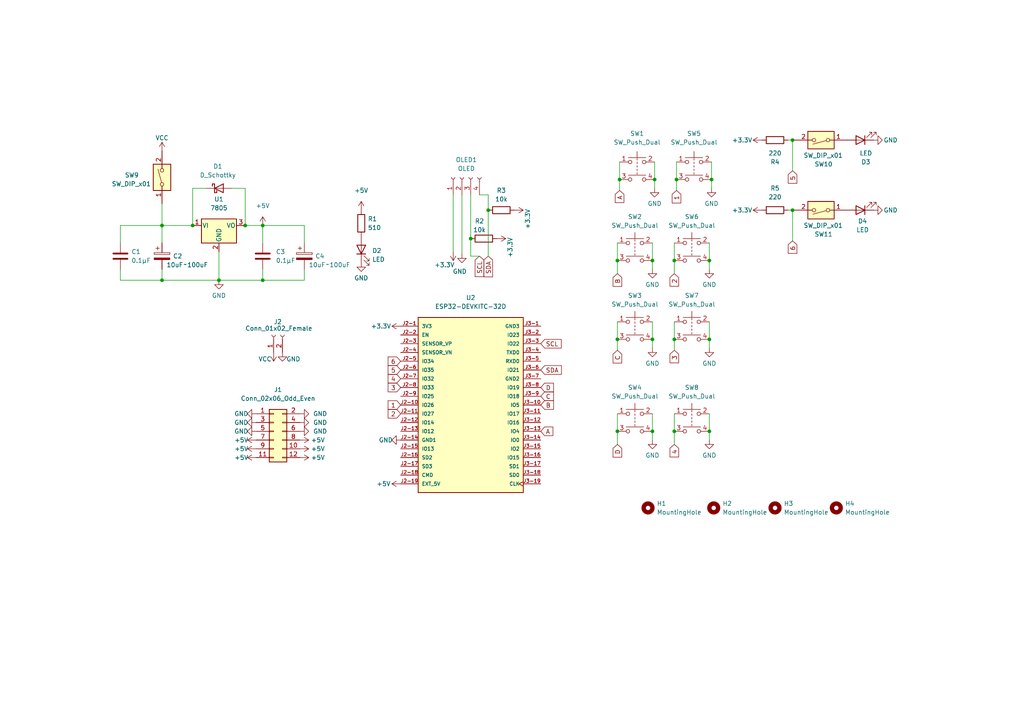
<source format=kicad_sch>
(kicad_sch (version 20211123) (generator eeschema)

  (uuid 7897f2de-4c45-4eb5-80e9-345989c22fca)

  (paper "A4")

  (lib_symbols
    (symbol "Connector:Conn_01x02_Female" (pin_names (offset 1.016) hide) (in_bom yes) (on_board yes)
      (property "Reference" "J" (id 0) (at 0 2.54 0)
        (effects (font (size 1.27 1.27)))
      )
      (property "Value" "Conn_01x02_Female" (id 1) (at 0 -5.08 0)
        (effects (font (size 1.27 1.27)))
      )
      (property "Footprint" "" (id 2) (at 0 0 0)
        (effects (font (size 1.27 1.27)) hide)
      )
      (property "Datasheet" "~" (id 3) (at 0 0 0)
        (effects (font (size 1.27 1.27)) hide)
      )
      (property "ki_keywords" "connector" (id 4) (at 0 0 0)
        (effects (font (size 1.27 1.27)) hide)
      )
      (property "ki_description" "Generic connector, single row, 01x02, script generated (kicad-library-utils/schlib/autogen/connector/)" (id 5) (at 0 0 0)
        (effects (font (size 1.27 1.27)) hide)
      )
      (property "ki_fp_filters" "Connector*:*_1x??_*" (id 6) (at 0 0 0)
        (effects (font (size 1.27 1.27)) hide)
      )
      (symbol "Conn_01x02_Female_1_1"
        (arc (start 0 -2.032) (mid -0.508 -2.54) (end 0 -3.048)
          (stroke (width 0.1524) (type default) (color 0 0 0 0))
          (fill (type none))
        )
        (polyline
          (pts
            (xy -1.27 -2.54)
            (xy -0.508 -2.54)
          )
          (stroke (width 0.1524) (type default) (color 0 0 0 0))
          (fill (type none))
        )
        (polyline
          (pts
            (xy -1.27 0)
            (xy -0.508 0)
          )
          (stroke (width 0.1524) (type default) (color 0 0 0 0))
          (fill (type none))
        )
        (arc (start 0 0.508) (mid -0.508 0) (end 0 -0.508)
          (stroke (width 0.1524) (type default) (color 0 0 0 0))
          (fill (type none))
        )
        (pin passive line (at -5.08 0 0) (length 3.81)
          (name "Pin_1" (effects (font (size 1.27 1.27))))
          (number "1" (effects (font (size 1.27 1.27))))
        )
        (pin passive line (at -5.08 -2.54 0) (length 3.81)
          (name "Pin_2" (effects (font (size 1.27 1.27))))
          (number "2" (effects (font (size 1.27 1.27))))
        )
      )
    )
    (symbol "Connector:Conn_01x04_Female" (pin_names (offset 1.016) hide) (in_bom yes) (on_board yes)
      (property "Reference" "J" (id 0) (at 0 5.08 0)
        (effects (font (size 1.27 1.27)))
      )
      (property "Value" "Conn_01x04_Female" (id 1) (at 0 -7.62 0)
        (effects (font (size 1.27 1.27)))
      )
      (property "Footprint" "" (id 2) (at 0 0 0)
        (effects (font (size 1.27 1.27)) hide)
      )
      (property "Datasheet" "~" (id 3) (at 0 0 0)
        (effects (font (size 1.27 1.27)) hide)
      )
      (property "ki_keywords" "connector" (id 4) (at 0 0 0)
        (effects (font (size 1.27 1.27)) hide)
      )
      (property "ki_description" "Generic connector, single row, 01x04, script generated (kicad-library-utils/schlib/autogen/connector/)" (id 5) (at 0 0 0)
        (effects (font (size 1.27 1.27)) hide)
      )
      (property "ki_fp_filters" "Connector*:*_1x??_*" (id 6) (at 0 0 0)
        (effects (font (size 1.27 1.27)) hide)
      )
      (symbol "Conn_01x04_Female_1_1"
        (arc (start 0 -4.572) (mid -0.508 -5.08) (end 0 -5.588)
          (stroke (width 0.1524) (type default) (color 0 0 0 0))
          (fill (type none))
        )
        (arc (start 0 -2.032) (mid -0.508 -2.54) (end 0 -3.048)
          (stroke (width 0.1524) (type default) (color 0 0 0 0))
          (fill (type none))
        )
        (polyline
          (pts
            (xy -1.27 -5.08)
            (xy -0.508 -5.08)
          )
          (stroke (width 0.1524) (type default) (color 0 0 0 0))
          (fill (type none))
        )
        (polyline
          (pts
            (xy -1.27 -2.54)
            (xy -0.508 -2.54)
          )
          (stroke (width 0.1524) (type default) (color 0 0 0 0))
          (fill (type none))
        )
        (polyline
          (pts
            (xy -1.27 0)
            (xy -0.508 0)
          )
          (stroke (width 0.1524) (type default) (color 0 0 0 0))
          (fill (type none))
        )
        (polyline
          (pts
            (xy -1.27 2.54)
            (xy -0.508 2.54)
          )
          (stroke (width 0.1524) (type default) (color 0 0 0 0))
          (fill (type none))
        )
        (arc (start 0 0.508) (mid -0.508 0) (end 0 -0.508)
          (stroke (width 0.1524) (type default) (color 0 0 0 0))
          (fill (type none))
        )
        (arc (start 0 3.048) (mid -0.508 2.54) (end 0 2.032)
          (stroke (width 0.1524) (type default) (color 0 0 0 0))
          (fill (type none))
        )
        (pin passive line (at -5.08 2.54 0) (length 3.81)
          (name "Pin_1" (effects (font (size 1.27 1.27))))
          (number "1" (effects (font (size 1.27 1.27))))
        )
        (pin passive line (at -5.08 0 0) (length 3.81)
          (name "Pin_2" (effects (font (size 1.27 1.27))))
          (number "2" (effects (font (size 1.27 1.27))))
        )
        (pin passive line (at -5.08 -2.54 0) (length 3.81)
          (name "Pin_3" (effects (font (size 1.27 1.27))))
          (number "3" (effects (font (size 1.27 1.27))))
        )
        (pin passive line (at -5.08 -5.08 0) (length 3.81)
          (name "Pin_4" (effects (font (size 1.27 1.27))))
          (number "4" (effects (font (size 1.27 1.27))))
        )
      )
    )
    (symbol "Connector_Generic:Conn_02x06_Odd_Even" (pin_names (offset 1.016) hide) (in_bom yes) (on_board yes)
      (property "Reference" "J" (id 0) (at 1.27 7.62 0)
        (effects (font (size 1.27 1.27)))
      )
      (property "Value" "Conn_02x06_Odd_Even" (id 1) (at 1.27 -10.16 0)
        (effects (font (size 1.27 1.27)))
      )
      (property "Footprint" "" (id 2) (at 0 0 0)
        (effects (font (size 1.27 1.27)) hide)
      )
      (property "Datasheet" "~" (id 3) (at 0 0 0)
        (effects (font (size 1.27 1.27)) hide)
      )
      (property "ki_keywords" "connector" (id 4) (at 0 0 0)
        (effects (font (size 1.27 1.27)) hide)
      )
      (property "ki_description" "Generic connector, double row, 02x06, odd/even pin numbering scheme (row 1 odd numbers, row 2 even numbers), script generated (kicad-library-utils/schlib/autogen/connector/)" (id 5) (at 0 0 0)
        (effects (font (size 1.27 1.27)) hide)
      )
      (property "ki_fp_filters" "Connector*:*_2x??_*" (id 6) (at 0 0 0)
        (effects (font (size 1.27 1.27)) hide)
      )
      (symbol "Conn_02x06_Odd_Even_1_1"
        (rectangle (start -1.27 -7.493) (end 0 -7.747)
          (stroke (width 0.1524) (type default) (color 0 0 0 0))
          (fill (type none))
        )
        (rectangle (start -1.27 -4.953) (end 0 -5.207)
          (stroke (width 0.1524) (type default) (color 0 0 0 0))
          (fill (type none))
        )
        (rectangle (start -1.27 -2.413) (end 0 -2.667)
          (stroke (width 0.1524) (type default) (color 0 0 0 0))
          (fill (type none))
        )
        (rectangle (start -1.27 0.127) (end 0 -0.127)
          (stroke (width 0.1524) (type default) (color 0 0 0 0))
          (fill (type none))
        )
        (rectangle (start -1.27 2.667) (end 0 2.413)
          (stroke (width 0.1524) (type default) (color 0 0 0 0))
          (fill (type none))
        )
        (rectangle (start -1.27 5.207) (end 0 4.953)
          (stroke (width 0.1524) (type default) (color 0 0 0 0))
          (fill (type none))
        )
        (rectangle (start -1.27 6.35) (end 3.81 -8.89)
          (stroke (width 0.254) (type default) (color 0 0 0 0))
          (fill (type background))
        )
        (rectangle (start 3.81 -7.493) (end 2.54 -7.747)
          (stroke (width 0.1524) (type default) (color 0 0 0 0))
          (fill (type none))
        )
        (rectangle (start 3.81 -4.953) (end 2.54 -5.207)
          (stroke (width 0.1524) (type default) (color 0 0 0 0))
          (fill (type none))
        )
        (rectangle (start 3.81 -2.413) (end 2.54 -2.667)
          (stroke (width 0.1524) (type default) (color 0 0 0 0))
          (fill (type none))
        )
        (rectangle (start 3.81 0.127) (end 2.54 -0.127)
          (stroke (width 0.1524) (type default) (color 0 0 0 0))
          (fill (type none))
        )
        (rectangle (start 3.81 2.667) (end 2.54 2.413)
          (stroke (width 0.1524) (type default) (color 0 0 0 0))
          (fill (type none))
        )
        (rectangle (start 3.81 5.207) (end 2.54 4.953)
          (stroke (width 0.1524) (type default) (color 0 0 0 0))
          (fill (type none))
        )
        (pin passive line (at -5.08 5.08 0) (length 3.81)
          (name "Pin_1" (effects (font (size 1.27 1.27))))
          (number "1" (effects (font (size 1.27 1.27))))
        )
        (pin passive line (at 7.62 -5.08 180) (length 3.81)
          (name "Pin_10" (effects (font (size 1.27 1.27))))
          (number "10" (effects (font (size 1.27 1.27))))
        )
        (pin passive line (at -5.08 -7.62 0) (length 3.81)
          (name "Pin_11" (effects (font (size 1.27 1.27))))
          (number "11" (effects (font (size 1.27 1.27))))
        )
        (pin passive line (at 7.62 -7.62 180) (length 3.81)
          (name "Pin_12" (effects (font (size 1.27 1.27))))
          (number "12" (effects (font (size 1.27 1.27))))
        )
        (pin passive line (at 7.62 5.08 180) (length 3.81)
          (name "Pin_2" (effects (font (size 1.27 1.27))))
          (number "2" (effects (font (size 1.27 1.27))))
        )
        (pin passive line (at -5.08 2.54 0) (length 3.81)
          (name "Pin_3" (effects (font (size 1.27 1.27))))
          (number "3" (effects (font (size 1.27 1.27))))
        )
        (pin passive line (at 7.62 2.54 180) (length 3.81)
          (name "Pin_4" (effects (font (size 1.27 1.27))))
          (number "4" (effects (font (size 1.27 1.27))))
        )
        (pin passive line (at -5.08 0 0) (length 3.81)
          (name "Pin_5" (effects (font (size 1.27 1.27))))
          (number "5" (effects (font (size 1.27 1.27))))
        )
        (pin passive line (at 7.62 0 180) (length 3.81)
          (name "Pin_6" (effects (font (size 1.27 1.27))))
          (number "6" (effects (font (size 1.27 1.27))))
        )
        (pin passive line (at -5.08 -2.54 0) (length 3.81)
          (name "Pin_7" (effects (font (size 1.27 1.27))))
          (number "7" (effects (font (size 1.27 1.27))))
        )
        (pin passive line (at 7.62 -2.54 180) (length 3.81)
          (name "Pin_8" (effects (font (size 1.27 1.27))))
          (number "8" (effects (font (size 1.27 1.27))))
        )
        (pin passive line (at -5.08 -5.08 0) (length 3.81)
          (name "Pin_9" (effects (font (size 1.27 1.27))))
          (number "9" (effects (font (size 1.27 1.27))))
        )
      )
    )
    (symbol "Device:C" (pin_numbers hide) (pin_names (offset 0.254)) (in_bom yes) (on_board yes)
      (property "Reference" "C" (id 0) (at 0.635 2.54 0)
        (effects (font (size 1.27 1.27)) (justify left))
      )
      (property "Value" "C" (id 1) (at 0.635 -2.54 0)
        (effects (font (size 1.27 1.27)) (justify left))
      )
      (property "Footprint" "" (id 2) (at 0.9652 -3.81 0)
        (effects (font (size 1.27 1.27)) hide)
      )
      (property "Datasheet" "~" (id 3) (at 0 0 0)
        (effects (font (size 1.27 1.27)) hide)
      )
      (property "ki_keywords" "cap capacitor" (id 4) (at 0 0 0)
        (effects (font (size 1.27 1.27)) hide)
      )
      (property "ki_description" "Unpolarized capacitor" (id 5) (at 0 0 0)
        (effects (font (size 1.27 1.27)) hide)
      )
      (property "ki_fp_filters" "C_*" (id 6) (at 0 0 0)
        (effects (font (size 1.27 1.27)) hide)
      )
      (symbol "C_0_1"
        (polyline
          (pts
            (xy -2.032 -0.762)
            (xy 2.032 -0.762)
          )
          (stroke (width 0.508) (type default) (color 0 0 0 0))
          (fill (type none))
        )
        (polyline
          (pts
            (xy -2.032 0.762)
            (xy 2.032 0.762)
          )
          (stroke (width 0.508) (type default) (color 0 0 0 0))
          (fill (type none))
        )
      )
      (symbol "C_1_1"
        (pin passive line (at 0 3.81 270) (length 2.794)
          (name "~" (effects (font (size 1.27 1.27))))
          (number "1" (effects (font (size 1.27 1.27))))
        )
        (pin passive line (at 0 -3.81 90) (length 2.794)
          (name "~" (effects (font (size 1.27 1.27))))
          (number "2" (effects (font (size 1.27 1.27))))
        )
      )
    )
    (symbol "Device:C_Polarized" (pin_numbers hide) (pin_names (offset 0.254)) (in_bom yes) (on_board yes)
      (property "Reference" "C" (id 0) (at 0.635 2.54 0)
        (effects (font (size 1.27 1.27)) (justify left))
      )
      (property "Value" "C_Polarized" (id 1) (at 0.635 -2.54 0)
        (effects (font (size 1.27 1.27)) (justify left))
      )
      (property "Footprint" "" (id 2) (at 0.9652 -3.81 0)
        (effects (font (size 1.27 1.27)) hide)
      )
      (property "Datasheet" "~" (id 3) (at 0 0 0)
        (effects (font (size 1.27 1.27)) hide)
      )
      (property "ki_keywords" "cap capacitor" (id 4) (at 0 0 0)
        (effects (font (size 1.27 1.27)) hide)
      )
      (property "ki_description" "Polarized capacitor" (id 5) (at 0 0 0)
        (effects (font (size 1.27 1.27)) hide)
      )
      (property "ki_fp_filters" "CP_*" (id 6) (at 0 0 0)
        (effects (font (size 1.27 1.27)) hide)
      )
      (symbol "C_Polarized_0_1"
        (rectangle (start -2.286 0.508) (end 2.286 1.016)
          (stroke (width 0) (type default) (color 0 0 0 0))
          (fill (type none))
        )
        (polyline
          (pts
            (xy -1.778 2.286)
            (xy -0.762 2.286)
          )
          (stroke (width 0) (type default) (color 0 0 0 0))
          (fill (type none))
        )
        (polyline
          (pts
            (xy -1.27 2.794)
            (xy -1.27 1.778)
          )
          (stroke (width 0) (type default) (color 0 0 0 0))
          (fill (type none))
        )
        (rectangle (start 2.286 -0.508) (end -2.286 -1.016)
          (stroke (width 0) (type default) (color 0 0 0 0))
          (fill (type outline))
        )
      )
      (symbol "C_Polarized_1_1"
        (pin passive line (at 0 3.81 270) (length 2.794)
          (name "~" (effects (font (size 1.27 1.27))))
          (number "1" (effects (font (size 1.27 1.27))))
        )
        (pin passive line (at 0 -3.81 90) (length 2.794)
          (name "~" (effects (font (size 1.27 1.27))))
          (number "2" (effects (font (size 1.27 1.27))))
        )
      )
    )
    (symbol "Device:D_Schottky" (pin_numbers hide) (pin_names (offset 1.016) hide) (in_bom yes) (on_board yes)
      (property "Reference" "D" (id 0) (at 0 2.54 0)
        (effects (font (size 1.27 1.27)))
      )
      (property "Value" "D_Schottky" (id 1) (at 0 -2.54 0)
        (effects (font (size 1.27 1.27)))
      )
      (property "Footprint" "" (id 2) (at 0 0 0)
        (effects (font (size 1.27 1.27)) hide)
      )
      (property "Datasheet" "~" (id 3) (at 0 0 0)
        (effects (font (size 1.27 1.27)) hide)
      )
      (property "ki_keywords" "diode Schottky" (id 4) (at 0 0 0)
        (effects (font (size 1.27 1.27)) hide)
      )
      (property "ki_description" "Schottky diode" (id 5) (at 0 0 0)
        (effects (font (size 1.27 1.27)) hide)
      )
      (property "ki_fp_filters" "TO-???* *_Diode_* *SingleDiode* D_*" (id 6) (at 0 0 0)
        (effects (font (size 1.27 1.27)) hide)
      )
      (symbol "D_Schottky_0_1"
        (polyline
          (pts
            (xy 1.27 0)
            (xy -1.27 0)
          )
          (stroke (width 0) (type default) (color 0 0 0 0))
          (fill (type none))
        )
        (polyline
          (pts
            (xy 1.27 1.27)
            (xy 1.27 -1.27)
            (xy -1.27 0)
            (xy 1.27 1.27)
          )
          (stroke (width 0.254) (type default) (color 0 0 0 0))
          (fill (type none))
        )
        (polyline
          (pts
            (xy -1.905 0.635)
            (xy -1.905 1.27)
            (xy -1.27 1.27)
            (xy -1.27 -1.27)
            (xy -0.635 -1.27)
            (xy -0.635 -0.635)
          )
          (stroke (width 0.254) (type default) (color 0 0 0 0))
          (fill (type none))
        )
      )
      (symbol "D_Schottky_1_1"
        (pin passive line (at -3.81 0 0) (length 2.54)
          (name "K" (effects (font (size 1.27 1.27))))
          (number "1" (effects (font (size 1.27 1.27))))
        )
        (pin passive line (at 3.81 0 180) (length 2.54)
          (name "A" (effects (font (size 1.27 1.27))))
          (number "2" (effects (font (size 1.27 1.27))))
        )
      )
    )
    (symbol "Device:LED" (pin_numbers hide) (pin_names (offset 1.016) hide) (in_bom yes) (on_board yes)
      (property "Reference" "D" (id 0) (at 0 2.54 0)
        (effects (font (size 1.27 1.27)))
      )
      (property "Value" "LED" (id 1) (at 0 -2.54 0)
        (effects (font (size 1.27 1.27)))
      )
      (property "Footprint" "" (id 2) (at 0 0 0)
        (effects (font (size 1.27 1.27)) hide)
      )
      (property "Datasheet" "~" (id 3) (at 0 0 0)
        (effects (font (size 1.27 1.27)) hide)
      )
      (property "ki_keywords" "LED diode" (id 4) (at 0 0 0)
        (effects (font (size 1.27 1.27)) hide)
      )
      (property "ki_description" "Light emitting diode" (id 5) (at 0 0 0)
        (effects (font (size 1.27 1.27)) hide)
      )
      (property "ki_fp_filters" "LED* LED_SMD:* LED_THT:*" (id 6) (at 0 0 0)
        (effects (font (size 1.27 1.27)) hide)
      )
      (symbol "LED_0_1"
        (polyline
          (pts
            (xy -1.27 -1.27)
            (xy -1.27 1.27)
          )
          (stroke (width 0.254) (type default) (color 0 0 0 0))
          (fill (type none))
        )
        (polyline
          (pts
            (xy -1.27 0)
            (xy 1.27 0)
          )
          (stroke (width 0) (type default) (color 0 0 0 0))
          (fill (type none))
        )
        (polyline
          (pts
            (xy 1.27 -1.27)
            (xy 1.27 1.27)
            (xy -1.27 0)
            (xy 1.27 -1.27)
          )
          (stroke (width 0.254) (type default) (color 0 0 0 0))
          (fill (type none))
        )
        (polyline
          (pts
            (xy -3.048 -0.762)
            (xy -4.572 -2.286)
            (xy -3.81 -2.286)
            (xy -4.572 -2.286)
            (xy -4.572 -1.524)
          )
          (stroke (width 0) (type default) (color 0 0 0 0))
          (fill (type none))
        )
        (polyline
          (pts
            (xy -1.778 -0.762)
            (xy -3.302 -2.286)
            (xy -2.54 -2.286)
            (xy -3.302 -2.286)
            (xy -3.302 -1.524)
          )
          (stroke (width 0) (type default) (color 0 0 0 0))
          (fill (type none))
        )
      )
      (symbol "LED_1_1"
        (pin passive line (at -3.81 0 0) (length 2.54)
          (name "K" (effects (font (size 1.27 1.27))))
          (number "1" (effects (font (size 1.27 1.27))))
        )
        (pin passive line (at 3.81 0 180) (length 2.54)
          (name "A" (effects (font (size 1.27 1.27))))
          (number "2" (effects (font (size 1.27 1.27))))
        )
      )
    )
    (symbol "Device:R" (pin_numbers hide) (pin_names (offset 0)) (in_bom yes) (on_board yes)
      (property "Reference" "R" (id 0) (at 2.032 0 90)
        (effects (font (size 1.27 1.27)))
      )
      (property "Value" "R" (id 1) (at 0 0 90)
        (effects (font (size 1.27 1.27)))
      )
      (property "Footprint" "" (id 2) (at -1.778 0 90)
        (effects (font (size 1.27 1.27)) hide)
      )
      (property "Datasheet" "~" (id 3) (at 0 0 0)
        (effects (font (size 1.27 1.27)) hide)
      )
      (property "ki_keywords" "R res resistor" (id 4) (at 0 0 0)
        (effects (font (size 1.27 1.27)) hide)
      )
      (property "ki_description" "Resistor" (id 5) (at 0 0 0)
        (effects (font (size 1.27 1.27)) hide)
      )
      (property "ki_fp_filters" "R_*" (id 6) (at 0 0 0)
        (effects (font (size 1.27 1.27)) hide)
      )
      (symbol "R_0_1"
        (rectangle (start -1.016 -2.54) (end 1.016 2.54)
          (stroke (width 0.254) (type default) (color 0 0 0 0))
          (fill (type none))
        )
      )
      (symbol "R_1_1"
        (pin passive line (at 0 3.81 270) (length 1.27)
          (name "~" (effects (font (size 1.27 1.27))))
          (number "1" (effects (font (size 1.27 1.27))))
        )
        (pin passive line (at 0 -3.81 90) (length 1.27)
          (name "~" (effects (font (size 1.27 1.27))))
          (number "2" (effects (font (size 1.27 1.27))))
        )
      )
    )
    (symbol "ESP32-DEVKITC-32D:ESP32-DEVKITC-32D" (pin_names (offset 1.016)) (in_bom yes) (on_board yes)
      (property "Reference" "U" (id 0) (at -15.2572 26.0643 0)
        (effects (font (size 1.27 1.27)) (justify left bottom))
      )
      (property "Value" "ESP32-DEVKITC-32D" (id 1) (at -15.2563 -27.9698 0)
        (effects (font (size 1.27 1.27)) (justify left bottom))
      )
      (property "Footprint" "MODULE_ESP32-DEVKITC-32D" (id 2) (at 0 0 0)
        (effects (font (size 1.27 1.27)) (justify bottom) hide)
      )
      (property "Datasheet" "" (id 3) (at 0 0 0)
        (effects (font (size 1.27 1.27)) hide)
      )
      (property "MF" "Espressif Systems" (id 4) (at 0 0 0)
        (effects (font (size 1.27 1.27)) (justify bottom) hide)
      )
      (property "MAXIMUM_PACKAGE_HEIGHT" "N/A" (id 5) (at 0 0 0)
        (effects (font (size 1.27 1.27)) (justify bottom) hide)
      )
      (property "Package" "None" (id 6) (at 0 0 0)
        (effects (font (size 1.27 1.27)) (justify bottom) hide)
      )
      (property "Price" "None" (id 7) (at 0 0 0)
        (effects (font (size 1.27 1.27)) (justify bottom) hide)
      )
      (property "Check_prices" "https://www.snapeda.com/parts/ESP32-DEVKITC-32D/Espressif+Systems/view-part/?ref=eda" (id 8) (at 0 0 0)
        (effects (font (size 1.27 1.27)) (justify bottom) hide)
      )
      (property "STANDARD" "Manufacturer Recommendations" (id 9) (at 0 0 0)
        (effects (font (size 1.27 1.27)) (justify bottom) hide)
      )
      (property "PARTREV" "V4" (id 10) (at 0 0 0)
        (effects (font (size 1.27 1.27)) (justify bottom) hide)
      )
      (property "SnapEDA_Link" "https://www.snapeda.com/parts/ESP32-DEVKITC-32D/Espressif+Systems/view-part/?ref=snap" (id 11) (at 0 0 0)
        (effects (font (size 1.27 1.27)) (justify bottom) hide)
      )
      (property "MP" "ESP32-DEVKITC-32D" (id 12) (at 0 0 0)
        (effects (font (size 1.27 1.27)) (justify bottom) hide)
      )
      (property "Purchase-URL" "https://pricing.snapeda.com/search?q=ESP32-DEVKITC-32D&ref=eda" (id 13) (at 0 0 0)
        (effects (font (size 1.27 1.27)) (justify bottom) hide)
      )
      (property "Description" "\nWiFi 開発ツール (802.11) ESP32 汎用開発キット、ボード上の ESP32-WROOM-32D\n" (id 14) (at 0 0 0)
        (effects (font (size 1.27 1.27)) (justify bottom) hide)
      )
      (property "MANUFACTURER" "Espressif Systems" (id 15) (at 0 0 0)
        (effects (font (size 1.27 1.27)) (justify bottom) hide)
      )
      (property "Availability" "In Stock" (id 16) (at 0 0 0)
        (effects (font (size 1.27 1.27)) (justify bottom) hide)
      )
      (property "SNAPEDA_PN" "ESP32-DEVKITC-32D" (id 17) (at 0 0 0)
        (effects (font (size 1.27 1.27)) (justify bottom) hide)
      )
      (symbol "ESP32-DEVKITC-32D_0_0"
        (rectangle (start -15.24 -25.4) (end 15.24 25.4)
          (stroke (width 0.254) (type default) (color 0 0 0 0))
          (fill (type background))
        )
        (pin power_in line (at -20.32 22.86 0) (length 5.08)
          (name "3V3" (effects (font (size 1.016 1.016))))
          (number "J2-1" (effects (font (size 1.016 1.016))))
        )
        (pin bidirectional line (at -20.32 0 0) (length 5.08)
          (name "IO26" (effects (font (size 1.016 1.016))))
          (number "J2-10" (effects (font (size 1.016 1.016))))
        )
        (pin bidirectional line (at -20.32 -2.54 0) (length 5.08)
          (name "IO27" (effects (font (size 1.016 1.016))))
          (number "J2-11" (effects (font (size 1.016 1.016))))
        )
        (pin bidirectional line (at -20.32 -5.08 0) (length 5.08)
          (name "IO14" (effects (font (size 1.016 1.016))))
          (number "J2-12" (effects (font (size 1.016 1.016))))
        )
        (pin bidirectional line (at -20.32 -7.62 0) (length 5.08)
          (name "IO12" (effects (font (size 1.016 1.016))))
          (number "J2-13" (effects (font (size 1.016 1.016))))
        )
        (pin power_in line (at -20.32 -10.16 0) (length 5.08)
          (name "GND1" (effects (font (size 1.016 1.016))))
          (number "J2-14" (effects (font (size 1.016 1.016))))
        )
        (pin bidirectional line (at -20.32 -12.7 0) (length 5.08)
          (name "IO13" (effects (font (size 1.016 1.016))))
          (number "J2-15" (effects (font (size 1.016 1.016))))
        )
        (pin bidirectional line (at -20.32 -15.24 0) (length 5.08)
          (name "SD2" (effects (font (size 1.016 1.016))))
          (number "J2-16" (effects (font (size 1.016 1.016))))
        )
        (pin bidirectional line (at -20.32 -17.78 0) (length 5.08)
          (name "SD3" (effects (font (size 1.016 1.016))))
          (number "J2-17" (effects (font (size 1.016 1.016))))
        )
        (pin bidirectional line (at -20.32 -20.32 0) (length 5.08)
          (name "CMD" (effects (font (size 1.016 1.016))))
          (number "J2-18" (effects (font (size 1.016 1.016))))
        )
        (pin power_in line (at -20.32 -22.86 0) (length 5.08)
          (name "EXT_5V" (effects (font (size 1.016 1.016))))
          (number "J2-19" (effects (font (size 1.016 1.016))))
        )
        (pin input line (at -20.32 20.32 0) (length 5.08)
          (name "EN" (effects (font (size 1.016 1.016))))
          (number "J2-2" (effects (font (size 1.016 1.016))))
        )
        (pin input line (at -20.32 17.78 0) (length 5.08)
          (name "SENSOR_VP" (effects (font (size 1.016 1.016))))
          (number "J2-3" (effects (font (size 1.016 1.016))))
        )
        (pin input line (at -20.32 15.24 0) (length 5.08)
          (name "SENSOR_VN" (effects (font (size 1.016 1.016))))
          (number "J2-4" (effects (font (size 1.016 1.016))))
        )
        (pin bidirectional line (at -20.32 12.7 0) (length 5.08)
          (name "IO34" (effects (font (size 1.016 1.016))))
          (number "J2-5" (effects (font (size 1.016 1.016))))
        )
        (pin bidirectional line (at -20.32 10.16 0) (length 5.08)
          (name "IO35" (effects (font (size 1.016 1.016))))
          (number "J2-6" (effects (font (size 1.016 1.016))))
        )
        (pin bidirectional line (at -20.32 7.62 0) (length 5.08)
          (name "IO32" (effects (font (size 1.016 1.016))))
          (number "J2-7" (effects (font (size 1.016 1.016))))
        )
        (pin bidirectional line (at -20.32 5.08 0) (length 5.08)
          (name "IO33" (effects (font (size 1.016 1.016))))
          (number "J2-8" (effects (font (size 1.016 1.016))))
        )
        (pin bidirectional line (at -20.32 2.54 0) (length 5.08)
          (name "IO25" (effects (font (size 1.016 1.016))))
          (number "J2-9" (effects (font (size 1.016 1.016))))
        )
        (pin power_in line (at 20.32 22.86 180) (length 5.08)
          (name "GND3" (effects (font (size 1.016 1.016))))
          (number "J3-1" (effects (font (size 1.016 1.016))))
        )
        (pin bidirectional line (at 20.32 0 180) (length 5.08)
          (name "IO5" (effects (font (size 1.016 1.016))))
          (number "J3-10" (effects (font (size 1.016 1.016))))
        )
        (pin bidirectional line (at 20.32 -2.54 180) (length 5.08)
          (name "IO17" (effects (font (size 1.016 1.016))))
          (number "J3-11" (effects (font (size 1.016 1.016))))
        )
        (pin bidirectional line (at 20.32 -5.08 180) (length 5.08)
          (name "IO16" (effects (font (size 1.016 1.016))))
          (number "J3-12" (effects (font (size 1.016 1.016))))
        )
        (pin bidirectional line (at 20.32 -7.62 180) (length 5.08)
          (name "IO4" (effects (font (size 1.016 1.016))))
          (number "J3-13" (effects (font (size 1.016 1.016))))
        )
        (pin bidirectional line (at 20.32 -10.16 180) (length 5.08)
          (name "IO0" (effects (font (size 1.016 1.016))))
          (number "J3-14" (effects (font (size 1.016 1.016))))
        )
        (pin bidirectional line (at 20.32 -12.7 180) (length 5.08)
          (name "IO2" (effects (font (size 1.016 1.016))))
          (number "J3-15" (effects (font (size 1.016 1.016))))
        )
        (pin bidirectional line (at 20.32 -15.24 180) (length 5.08)
          (name "IO15" (effects (font (size 1.016 1.016))))
          (number "J3-16" (effects (font (size 1.016 1.016))))
        )
        (pin bidirectional line (at 20.32 -17.78 180) (length 5.08)
          (name "SD1" (effects (font (size 1.016 1.016))))
          (number "J3-17" (effects (font (size 1.016 1.016))))
        )
        (pin bidirectional line (at 20.32 -20.32 180) (length 5.08)
          (name "SD0" (effects (font (size 1.016 1.016))))
          (number "J3-18" (effects (font (size 1.016 1.016))))
        )
        (pin input clock (at 20.32 -22.86 180) (length 5.08)
          (name "CLK" (effects (font (size 1.016 1.016))))
          (number "J3-19" (effects (font (size 1.016 1.016))))
        )
        (pin bidirectional line (at 20.32 20.32 180) (length 5.08)
          (name "IO23" (effects (font (size 1.016 1.016))))
          (number "J3-2" (effects (font (size 1.016 1.016))))
        )
        (pin bidirectional line (at 20.32 17.78 180) (length 5.08)
          (name "IO22" (effects (font (size 1.016 1.016))))
          (number "J3-3" (effects (font (size 1.016 1.016))))
        )
        (pin output line (at 20.32 15.24 180) (length 5.08)
          (name "TXD0" (effects (font (size 1.016 1.016))))
          (number "J3-4" (effects (font (size 1.016 1.016))))
        )
        (pin input line (at 20.32 12.7 180) (length 5.08)
          (name "RXD0" (effects (font (size 1.016 1.016))))
          (number "J3-5" (effects (font (size 1.016 1.016))))
        )
        (pin bidirectional line (at 20.32 10.16 180) (length 5.08)
          (name "IO21" (effects (font (size 1.016 1.016))))
          (number "J3-6" (effects (font (size 1.016 1.016))))
        )
        (pin power_in line (at 20.32 7.62 180) (length 5.08)
          (name "GND2" (effects (font (size 1.016 1.016))))
          (number "J3-7" (effects (font (size 1.016 1.016))))
        )
        (pin bidirectional line (at 20.32 5.08 180) (length 5.08)
          (name "IO19" (effects (font (size 1.016 1.016))))
          (number "J3-8" (effects (font (size 1.016 1.016))))
        )
        (pin bidirectional line (at 20.32 2.54 180) (length 5.08)
          (name "IO18" (effects (font (size 1.016 1.016))))
          (number "J3-9" (effects (font (size 1.016 1.016))))
        )
      )
    )
    (symbol "Mechanical:MountingHole" (pin_names (offset 1.016)) (in_bom yes) (on_board yes)
      (property "Reference" "H" (id 0) (at 0 5.08 0)
        (effects (font (size 1.27 1.27)))
      )
      (property "Value" "MountingHole" (id 1) (at 0 3.175 0)
        (effects (font (size 1.27 1.27)))
      )
      (property "Footprint" "" (id 2) (at 0 0 0)
        (effects (font (size 1.27 1.27)) hide)
      )
      (property "Datasheet" "~" (id 3) (at 0 0 0)
        (effects (font (size 1.27 1.27)) hide)
      )
      (property "ki_keywords" "mounting hole" (id 4) (at 0 0 0)
        (effects (font (size 1.27 1.27)) hide)
      )
      (property "ki_description" "Mounting Hole without connection" (id 5) (at 0 0 0)
        (effects (font (size 1.27 1.27)) hide)
      )
      (property "ki_fp_filters" "MountingHole*" (id 6) (at 0 0 0)
        (effects (font (size 1.27 1.27)) hide)
      )
      (symbol "MountingHole_0_1"
        (circle (center 0 0) (radius 1.27)
          (stroke (width 1.27) (type default) (color 0 0 0 0))
          (fill (type none))
        )
      )
    )
    (symbol "Regulator_Linear:LM7805_TO220" (pin_names (offset 0.254)) (in_bom yes) (on_board yes)
      (property "Reference" "U" (id 0) (at -3.81 3.175 0)
        (effects (font (size 1.27 1.27)))
      )
      (property "Value" "LM7805_TO220" (id 1) (at 0 3.175 0)
        (effects (font (size 1.27 1.27)) (justify left))
      )
      (property "Footprint" "Package_TO_SOT_THT:TO-220-3_Vertical" (id 2) (at 0 5.715 0)
        (effects (font (size 1.27 1.27) italic) hide)
      )
      (property "Datasheet" "https://www.onsemi.cn/PowerSolutions/document/MC7800-D.PDF" (id 3) (at 0 -1.27 0)
        (effects (font (size 1.27 1.27)) hide)
      )
      (property "ki_keywords" "Voltage Regulator 1A Positive" (id 4) (at 0 0 0)
        (effects (font (size 1.27 1.27)) hide)
      )
      (property "ki_description" "Positive 1A 35V Linear Regulator, Fixed Output 5V, TO-220" (id 5) (at 0 0 0)
        (effects (font (size 1.27 1.27)) hide)
      )
      (property "ki_fp_filters" "TO?220*" (id 6) (at 0 0 0)
        (effects (font (size 1.27 1.27)) hide)
      )
      (symbol "LM7805_TO220_0_1"
        (rectangle (start -5.08 1.905) (end 5.08 -5.08)
          (stroke (width 0.254) (type default) (color 0 0 0 0))
          (fill (type background))
        )
      )
      (symbol "LM7805_TO220_1_1"
        (pin power_in line (at -7.62 0 0) (length 2.54)
          (name "VI" (effects (font (size 1.27 1.27))))
          (number "1" (effects (font (size 1.27 1.27))))
        )
        (pin power_in line (at 0 -7.62 90) (length 2.54)
          (name "GND" (effects (font (size 1.27 1.27))))
          (number "2" (effects (font (size 1.27 1.27))))
        )
        (pin power_out line (at 7.62 0 180) (length 2.54)
          (name "VO" (effects (font (size 1.27 1.27))))
          (number "3" (effects (font (size 1.27 1.27))))
        )
      )
    )
    (symbol "Switch:SW_DIP_x01" (pin_names (offset 0) hide) (in_bom yes) (on_board yes)
      (property "Reference" "SW" (id 0) (at 0 3.81 0)
        (effects (font (size 1.27 1.27)))
      )
      (property "Value" "SW_DIP_x01" (id 1) (at 0 -3.81 0)
        (effects (font (size 1.27 1.27)))
      )
      (property "Footprint" "" (id 2) (at 0 0 0)
        (effects (font (size 1.27 1.27)) hide)
      )
      (property "Datasheet" "~" (id 3) (at 0 0 0)
        (effects (font (size 1.27 1.27)) hide)
      )
      (property "ki_keywords" "dip switch" (id 4) (at 0 0 0)
        (effects (font (size 1.27 1.27)) hide)
      )
      (property "ki_description" "1x DIP Switch, Single Pole Single Throw (SPST) switch, small symbol" (id 5) (at 0 0 0)
        (effects (font (size 1.27 1.27)) hide)
      )
      (property "ki_fp_filters" "SW?DIP?x1*" (id 6) (at 0 0 0)
        (effects (font (size 1.27 1.27)) hide)
      )
      (symbol "SW_DIP_x01_0_0"
        (circle (center -2.032 0) (radius 0.508)
          (stroke (width 0) (type default) (color 0 0 0 0))
          (fill (type none))
        )
        (polyline
          (pts
            (xy -1.524 0.127)
            (xy 2.3622 1.1684)
          )
          (stroke (width 0) (type default) (color 0 0 0 0))
          (fill (type none))
        )
        (circle (center 2.032 0) (radius 0.508)
          (stroke (width 0) (type default) (color 0 0 0 0))
          (fill (type none))
        )
      )
      (symbol "SW_DIP_x01_0_1"
        (rectangle (start -3.81 2.54) (end 3.81 -2.54)
          (stroke (width 0.254) (type default) (color 0 0 0 0))
          (fill (type background))
        )
      )
      (symbol "SW_DIP_x01_1_1"
        (pin passive line (at -7.62 0 0) (length 5.08)
          (name "~" (effects (font (size 1.27 1.27))))
          (number "1" (effects (font (size 1.27 1.27))))
        )
        (pin passive line (at 7.62 0 180) (length 5.08)
          (name "~" (effects (font (size 1.27 1.27))))
          (number "2" (effects (font (size 1.27 1.27))))
        )
      )
    )
    (symbol "Switch:SW_Push_Dual" (pin_names (offset 1.016) hide) (in_bom yes) (on_board yes)
      (property "Reference" "SW" (id 0) (at 1.27 2.54 0)
        (effects (font (size 1.27 1.27)) (justify left))
      )
      (property "Value" "SW_Push_Dual" (id 1) (at 0 -6.858 0)
        (effects (font (size 1.27 1.27)))
      )
      (property "Footprint" "" (id 2) (at 0 5.08 0)
        (effects (font (size 1.27 1.27)) hide)
      )
      (property "Datasheet" "~" (id 3) (at 0 5.08 0)
        (effects (font (size 1.27 1.27)) hide)
      )
      (property "ki_keywords" "switch normally-open pushbutton push-button" (id 4) (at 0 0 0)
        (effects (font (size 1.27 1.27)) hide)
      )
      (property "ki_description" "Push button switch, generic, symbol, four pins" (id 5) (at 0 0 0)
        (effects (font (size 1.27 1.27)) hide)
      )
      (symbol "SW_Push_Dual_0_1"
        (circle (center -2.032 -5.08) (radius 0.508)
          (stroke (width 0) (type default) (color 0 0 0 0))
          (fill (type none))
        )
        (circle (center -2.032 0) (radius 0.508)
          (stroke (width 0) (type default) (color 0 0 0 0))
          (fill (type none))
        )
        (polyline
          (pts
            (xy 0 -3.048)
            (xy 0 -3.556)
          )
          (stroke (width 0) (type default) (color 0 0 0 0))
          (fill (type none))
        )
        (polyline
          (pts
            (xy 0 -2.032)
            (xy 0 -2.54)
          )
          (stroke (width 0) (type default) (color 0 0 0 0))
          (fill (type none))
        )
        (polyline
          (pts
            (xy 0 -1.524)
            (xy 0 -1.016)
          )
          (stroke (width 0) (type default) (color 0 0 0 0))
          (fill (type none))
        )
        (polyline
          (pts
            (xy 0 -0.508)
            (xy 0 0)
          )
          (stroke (width 0) (type default) (color 0 0 0 0))
          (fill (type none))
        )
        (polyline
          (pts
            (xy 0 0.508)
            (xy 0 1.016)
          )
          (stroke (width 0) (type default) (color 0 0 0 0))
          (fill (type none))
        )
        (polyline
          (pts
            (xy 0 1.27)
            (xy 0 3.048)
          )
          (stroke (width 0) (type default) (color 0 0 0 0))
          (fill (type none))
        )
        (polyline
          (pts
            (xy 2.54 -3.81)
            (xy -2.54 -3.81)
          )
          (stroke (width 0) (type default) (color 0 0 0 0))
          (fill (type none))
        )
        (polyline
          (pts
            (xy 2.54 1.27)
            (xy -2.54 1.27)
          )
          (stroke (width 0) (type default) (color 0 0 0 0))
          (fill (type none))
        )
        (circle (center 2.032 -5.08) (radius 0.508)
          (stroke (width 0) (type default) (color 0 0 0 0))
          (fill (type none))
        )
        (circle (center 2.032 0) (radius 0.508)
          (stroke (width 0) (type default) (color 0 0 0 0))
          (fill (type none))
        )
        (pin passive line (at -5.08 0 0) (length 2.54)
          (name "1" (effects (font (size 1.27 1.27))))
          (number "1" (effects (font (size 1.27 1.27))))
        )
        (pin passive line (at 5.08 0 180) (length 2.54)
          (name "2" (effects (font (size 1.27 1.27))))
          (number "2" (effects (font (size 1.27 1.27))))
        )
        (pin passive line (at -5.08 -5.08 0) (length 2.54)
          (name "3" (effects (font (size 1.27 1.27))))
          (number "3" (effects (font (size 1.27 1.27))))
        )
        (pin passive line (at 5.08 -5.08 180) (length 2.54)
          (name "4" (effects (font (size 1.27 1.27))))
          (number "4" (effects (font (size 1.27 1.27))))
        )
      )
    )
    (symbol "power:+3.3V" (power) (pin_names (offset 0)) (in_bom yes) (on_board yes)
      (property "Reference" "#PWR" (id 0) (at 0 -3.81 0)
        (effects (font (size 1.27 1.27)) hide)
      )
      (property "Value" "+3.3V" (id 1) (at 0 3.556 0)
        (effects (font (size 1.27 1.27)))
      )
      (property "Footprint" "" (id 2) (at 0 0 0)
        (effects (font (size 1.27 1.27)) hide)
      )
      (property "Datasheet" "" (id 3) (at 0 0 0)
        (effects (font (size 1.27 1.27)) hide)
      )
      (property "ki_keywords" "power-flag" (id 4) (at 0 0 0)
        (effects (font (size 1.27 1.27)) hide)
      )
      (property "ki_description" "Power symbol creates a global label with name \"+3.3V\"" (id 5) (at 0 0 0)
        (effects (font (size 1.27 1.27)) hide)
      )
      (symbol "+3.3V_0_1"
        (polyline
          (pts
            (xy -0.762 1.27)
            (xy 0 2.54)
          )
          (stroke (width 0) (type default) (color 0 0 0 0))
          (fill (type none))
        )
        (polyline
          (pts
            (xy 0 0)
            (xy 0 2.54)
          )
          (stroke (width 0) (type default) (color 0 0 0 0))
          (fill (type none))
        )
        (polyline
          (pts
            (xy 0 2.54)
            (xy 0.762 1.27)
          )
          (stroke (width 0) (type default) (color 0 0 0 0))
          (fill (type none))
        )
      )
      (symbol "+3.3V_1_1"
        (pin power_in line (at 0 0 90) (length 0) hide
          (name "+3.3V" (effects (font (size 1.27 1.27))))
          (number "1" (effects (font (size 1.27 1.27))))
        )
      )
    )
    (symbol "power:+5V" (power) (pin_names (offset 0)) (in_bom yes) (on_board yes)
      (property "Reference" "#PWR" (id 0) (at 0 -3.81 0)
        (effects (font (size 1.27 1.27)) hide)
      )
      (property "Value" "+5V" (id 1) (at 0 3.556 0)
        (effects (font (size 1.27 1.27)))
      )
      (property "Footprint" "" (id 2) (at 0 0 0)
        (effects (font (size 1.27 1.27)) hide)
      )
      (property "Datasheet" "" (id 3) (at 0 0 0)
        (effects (font (size 1.27 1.27)) hide)
      )
      (property "ki_keywords" "power-flag" (id 4) (at 0 0 0)
        (effects (font (size 1.27 1.27)) hide)
      )
      (property "ki_description" "Power symbol creates a global label with name \"+5V\"" (id 5) (at 0 0 0)
        (effects (font (size 1.27 1.27)) hide)
      )
      (symbol "+5V_0_1"
        (polyline
          (pts
            (xy -0.762 1.27)
            (xy 0 2.54)
          )
          (stroke (width 0) (type default) (color 0 0 0 0))
          (fill (type none))
        )
        (polyline
          (pts
            (xy 0 0)
            (xy 0 2.54)
          )
          (stroke (width 0) (type default) (color 0 0 0 0))
          (fill (type none))
        )
        (polyline
          (pts
            (xy 0 2.54)
            (xy 0.762 1.27)
          )
          (stroke (width 0) (type default) (color 0 0 0 0))
          (fill (type none))
        )
      )
      (symbol "+5V_1_1"
        (pin power_in line (at 0 0 90) (length 0) hide
          (name "+5V" (effects (font (size 1.27 1.27))))
          (number "1" (effects (font (size 1.27 1.27))))
        )
      )
    )
    (symbol "power:GND" (power) (pin_names (offset 0)) (in_bom yes) (on_board yes)
      (property "Reference" "#PWR" (id 0) (at 0 -6.35 0)
        (effects (font (size 1.27 1.27)) hide)
      )
      (property "Value" "GND" (id 1) (at 0 -3.81 0)
        (effects (font (size 1.27 1.27)))
      )
      (property "Footprint" "" (id 2) (at 0 0 0)
        (effects (font (size 1.27 1.27)) hide)
      )
      (property "Datasheet" "" (id 3) (at 0 0 0)
        (effects (font (size 1.27 1.27)) hide)
      )
      (property "ki_keywords" "power-flag" (id 4) (at 0 0 0)
        (effects (font (size 1.27 1.27)) hide)
      )
      (property "ki_description" "Power symbol creates a global label with name \"GND\" , ground" (id 5) (at 0 0 0)
        (effects (font (size 1.27 1.27)) hide)
      )
      (symbol "GND_0_1"
        (polyline
          (pts
            (xy 0 0)
            (xy 0 -1.27)
            (xy 1.27 -1.27)
            (xy 0 -2.54)
            (xy -1.27 -1.27)
            (xy 0 -1.27)
          )
          (stroke (width 0) (type default) (color 0 0 0 0))
          (fill (type none))
        )
      )
      (symbol "GND_1_1"
        (pin power_in line (at 0 0 270) (length 0) hide
          (name "GND" (effects (font (size 1.27 1.27))))
          (number "1" (effects (font (size 1.27 1.27))))
        )
      )
    )
    (symbol "power:VCC" (power) (pin_names (offset 0)) (in_bom yes) (on_board yes)
      (property "Reference" "#PWR" (id 0) (at 0 -3.81 0)
        (effects (font (size 1.27 1.27)) hide)
      )
      (property "Value" "VCC" (id 1) (at 0 3.81 0)
        (effects (font (size 1.27 1.27)))
      )
      (property "Footprint" "" (id 2) (at 0 0 0)
        (effects (font (size 1.27 1.27)) hide)
      )
      (property "Datasheet" "" (id 3) (at 0 0 0)
        (effects (font (size 1.27 1.27)) hide)
      )
      (property "ki_keywords" "power-flag" (id 4) (at 0 0 0)
        (effects (font (size 1.27 1.27)) hide)
      )
      (property "ki_description" "Power symbol creates a global label with name \"VCC\"" (id 5) (at 0 0 0)
        (effects (font (size 1.27 1.27)) hide)
      )
      (symbol "VCC_0_1"
        (polyline
          (pts
            (xy -0.762 1.27)
            (xy 0 2.54)
          )
          (stroke (width 0) (type default) (color 0 0 0 0))
          (fill (type none))
        )
        (polyline
          (pts
            (xy 0 0)
            (xy 0 2.54)
          )
          (stroke (width 0) (type default) (color 0 0 0 0))
          (fill (type none))
        )
        (polyline
          (pts
            (xy 0 2.54)
            (xy 0.762 1.27)
          )
          (stroke (width 0) (type default) (color 0 0 0 0))
          (fill (type none))
        )
      )
      (symbol "VCC_1_1"
        (pin power_in line (at 0 0 90) (length 0) hide
          (name "VCC" (effects (font (size 1.27 1.27))))
          (number "1" (effects (font (size 1.27 1.27))))
        )
      )
    )
  )

  (junction (at 179.07 75.565) (diameter 0) (color 0 0 0 0)
    (uuid 0922c52e-8dcd-4d96-880c-fb73b006afab)
  )
  (junction (at 189.23 75.565) (diameter 0) (color 0 0 0 0)
    (uuid 0f27b75c-2b56-472d-acdc-e22b694ee1ba)
  )
  (junction (at 229.87 40.64) (diameter 0) (color 0 0 0 0)
    (uuid 14c38ca1-c3fa-4644-94b0-ebe7169327f7)
  )
  (junction (at 55.88 65.405) (diameter 0) (color 0 0 0 0)
    (uuid 18797fcf-3937-485b-abce-fcaaefb59947)
  )
  (junction (at 189.23 125.095) (diameter 0) (color 0 0 0 0)
    (uuid 31037aa5-cb8f-4ea0-89e9-267e868ae046)
  )
  (junction (at 46.99 65.405) (diameter 0) (color 0 0 0 0)
    (uuid 3cea9f66-709b-4eb3-acfe-4099ca1d409e)
  )
  (junction (at 205.74 125.095) (diameter 0) (color 0 0 0 0)
    (uuid 47738be4-6367-4689-ac27-83eb31acf6b8)
  )
  (junction (at 229.87 60.96) (diameter 0) (color 0 0 0 0)
    (uuid 4eb2e47d-94bf-4657-b481-a2bcc74d5d58)
  )
  (junction (at 76.2 65.405) (diameter 0) (color 0 0 0 0)
    (uuid 5333f501-f254-4a6f-b7c9-a2cf5ba755b0)
  )
  (junction (at 141.605 60.96) (diameter 0) (color 0 0 0 0)
    (uuid 5670515b-f07b-4cb8-81d1-da1c3d601e3c)
  )
  (junction (at 46.99 81.28) (diameter 0) (color 0 0 0 0)
    (uuid 588af4fe-6aaa-4b89-b0f8-60f4821978d2)
  )
  (junction (at 195.58 125.095) (diameter 0) (color 0 0 0 0)
    (uuid 5ce71ce3-bd6c-47e5-bfe0-84f0d08263d6)
  )
  (junction (at 63.5 81.28) (diameter 0) (color 0 0 0 0)
    (uuid 630a64e2-9a02-4b69-85f3-2286bad297f6)
  )
  (junction (at 195.58 98.425) (diameter 0) (color 0 0 0 0)
    (uuid 7cf90531-be76-4cee-a9c2-1029e70aa1e7)
  )
  (junction (at 205.74 98.425) (diameter 0) (color 0 0 0 0)
    (uuid 7eef110a-a04f-424f-a558-82d9fb059747)
  )
  (junction (at 196.215 52.07) (diameter 0) (color 0 0 0 0)
    (uuid 824d53f7-e413-44fd-bd0b-00741947c249)
  )
  (junction (at 189.23 98.425) (diameter 0) (color 0 0 0 0)
    (uuid 83925686-de00-4da1-a3c7-21b493f9312e)
  )
  (junction (at 179.07 125.095) (diameter 0) (color 0 0 0 0)
    (uuid 9191f83d-83c2-4a00-83f5-31cb06a7fcb0)
  )
  (junction (at 179.07 98.425) (diameter 0) (color 0 0 0 0)
    (uuid 9dfc2524-9e3d-4be6-89bd-97396737792a)
  )
  (junction (at 76.2 81.28) (diameter 0) (color 0 0 0 0)
    (uuid b8f49697-9163-4a68-8f85-d00b85bdec65)
  )
  (junction (at 206.375 52.07) (diameter 0) (color 0 0 0 0)
    (uuid bfe406b1-f22c-42fd-a043-ac4c6b26b7a2)
  )
  (junction (at 189.865 52.07) (diameter 0) (color 0 0 0 0)
    (uuid c3372b1b-62ac-4d69-925c-43e813ff0f61)
  )
  (junction (at 195.58 75.565) (diameter 0) (color 0 0 0 0)
    (uuid c8128b6c-ba00-4472-821d-4b0c199a477a)
  )
  (junction (at 179.705 52.07) (diameter 0) (color 0 0 0 0)
    (uuid cb24cae6-31a7-476f-8cea-88ed9c468b24)
  )
  (junction (at 71.12 65.405) (diameter 0) (color 0 0 0 0)
    (uuid d694f460-a43f-4d15-9865-a44f88ec7331)
  )
  (junction (at 136.525 69.215) (diameter 0) (color 0 0 0 0)
    (uuid daee69d6-209e-426d-9c3e-fd5764ff060a)
  )
  (junction (at 205.74 75.565) (diameter 0) (color 0 0 0 0)
    (uuid f4349f1c-ec5e-4038-9a93-d743615aede9)
  )

  (wire (pts (xy 76.2 78.105) (xy 76.2 81.28))
    (stroke (width 0) (type default) (color 0 0 0 0))
    (uuid 036f8b81-db45-4562-8b48-888aa55da6a2)
  )
  (wire (pts (xy 195.58 120.015) (xy 195.58 125.095))
    (stroke (width 0) (type default) (color 0 0 0 0))
    (uuid 08973ac1-d01e-4c3c-9167-3d6d2a8d47f1)
  )
  (wire (pts (xy 136.525 74.295) (xy 136.525 69.215))
    (stroke (width 0) (type default) (color 0 0 0 0))
    (uuid 0ca5380c-6768-4f87-ab06-0535070ff66f)
  )
  (wire (pts (xy 229.87 49.53) (xy 229.87 40.64))
    (stroke (width 0) (type default) (color 0 0 0 0))
    (uuid 13f35163-4d5f-48fa-8bf5-929c12a7d55a)
  )
  (wire (pts (xy 76.2 65.405) (xy 71.12 65.405))
    (stroke (width 0) (type default) (color 0 0 0 0))
    (uuid 16d96650-ac5e-420c-b0f1-eb9600dcf5e2)
  )
  (wire (pts (xy 76.2 65.405) (xy 76.2 70.485))
    (stroke (width 0) (type default) (color 0 0 0 0))
    (uuid 17fba929-9b25-4cc7-867b-a8160e558b63)
  )
  (wire (pts (xy 205.74 125.095) (xy 205.74 127.635))
    (stroke (width 0) (type default) (color 0 0 0 0))
    (uuid 1c306299-70b3-4720-a5d5-d982308b16a1)
  )
  (wire (pts (xy 230.505 60.96) (xy 229.87 60.96))
    (stroke (width 0) (type default) (color 0 0 0 0))
    (uuid 21bfd080-1c5f-4bc6-aa3b-965a1267d4cd)
  )
  (wire (pts (xy 189.865 52.07) (xy 189.865 54.61))
    (stroke (width 0) (type default) (color 0 0 0 0))
    (uuid 2378de7d-3a63-41a8-bc7c-2bcb00d41b5a)
  )
  (wire (pts (xy 131.445 56.515) (xy 131.445 73.025))
    (stroke (width 0) (type default) (color 0 0 0 0))
    (uuid 24c3efa2-1395-49c4-af29-58612ecef512)
  )
  (wire (pts (xy 189.23 70.485) (xy 189.23 75.565))
    (stroke (width 0) (type default) (color 0 0 0 0))
    (uuid 2afd0c7c-a744-4601-ba62-79da334b6594)
  )
  (wire (pts (xy 196.215 52.07) (xy 196.215 55.245))
    (stroke (width 0) (type default) (color 0 0 0 0))
    (uuid 2cebfe8c-8e79-480f-8f31-3d1e497c2ce2)
  )
  (wire (pts (xy 88.265 78.105) (xy 88.265 81.28))
    (stroke (width 0) (type default) (color 0 0 0 0))
    (uuid 3217b824-29b0-4455-9458-ab17ea32a4ba)
  )
  (wire (pts (xy 179.705 52.07) (xy 179.705 55.245))
    (stroke (width 0) (type default) (color 0 0 0 0))
    (uuid 3301b95f-c9f3-46c0-90b9-9e1829120723)
  )
  (wire (pts (xy 59.69 54.61) (xy 55.88 54.61))
    (stroke (width 0) (type default) (color 0 0 0 0))
    (uuid 37c8619b-e7e5-48f5-95ae-cd67a7607072)
  )
  (wire (pts (xy 71.12 54.61) (xy 71.12 65.405))
    (stroke (width 0) (type default) (color 0 0 0 0))
    (uuid 4583ded1-8ff0-41e0-b0dc-5de743c63dc5)
  )
  (wire (pts (xy 141.605 56.515) (xy 139.065 56.515))
    (stroke (width 0) (type default) (color 0 0 0 0))
    (uuid 481decce-4d6c-4a5b-af8b-56bb93e2ddb4)
  )
  (wire (pts (xy 55.88 54.61) (xy 55.88 65.405))
    (stroke (width 0) (type default) (color 0 0 0 0))
    (uuid 48e73c1a-8f4b-48ae-be5b-0eb1e4e8c61d)
  )
  (wire (pts (xy 189.23 93.345) (xy 189.23 98.425))
    (stroke (width 0) (type default) (color 0 0 0 0))
    (uuid 51a5113b-221c-48ff-9df0-d7c1f9c71630)
  )
  (wire (pts (xy 139.065 74.295) (xy 136.525 74.295))
    (stroke (width 0) (type default) (color 0 0 0 0))
    (uuid 54cbc602-ed03-45e4-ac7e-9552600adab6)
  )
  (wire (pts (xy 46.99 81.28) (xy 63.5 81.28))
    (stroke (width 0) (type default) (color 0 0 0 0))
    (uuid 5694769e-aace-4266-8a3a-8668184aea8f)
  )
  (wire (pts (xy 205.74 70.485) (xy 205.74 75.565))
    (stroke (width 0) (type default) (color 0 0 0 0))
    (uuid 5c9247af-5823-47e9-a5d4-b571ea6d2d71)
  )
  (wire (pts (xy 179.07 70.485) (xy 179.07 75.565))
    (stroke (width 0) (type default) (color 0 0 0 0))
    (uuid 60a8549e-ad30-4c25-a4c0-ddeedce72458)
  )
  (wire (pts (xy 88.265 70.485) (xy 88.265 65.405))
    (stroke (width 0) (type default) (color 0 0 0 0))
    (uuid 6485ba14-82b0-49d4-8276-bd583b0f40ff)
  )
  (wire (pts (xy 206.375 46.99) (xy 206.375 52.07))
    (stroke (width 0) (type default) (color 0 0 0 0))
    (uuid 650fb2d9-cf1e-43a5-9f0c-2d0ad4627fbd)
  )
  (wire (pts (xy 179.07 125.095) (xy 179.07 128.905))
    (stroke (width 0) (type default) (color 0 0 0 0))
    (uuid 6687030f-9eb7-457b-b5a0-f3be590e40c3)
  )
  (wire (pts (xy 136.525 69.215) (xy 136.525 56.515))
    (stroke (width 0) (type default) (color 0 0 0 0))
    (uuid 6ae1cc81-e8e2-4433-a4d9-2a7ba0c1d3bc)
  )
  (wire (pts (xy 189.23 75.565) (xy 189.23 78.105))
    (stroke (width 0) (type default) (color 0 0 0 0))
    (uuid 6bef7011-02a1-497f-86bc-3b8b6e721df9)
  )
  (wire (pts (xy 205.74 75.565) (xy 205.74 78.105))
    (stroke (width 0) (type default) (color 0 0 0 0))
    (uuid 6cf6a9a3-b4d7-43ce-b621-70ecfbd68bfc)
  )
  (wire (pts (xy 141.605 60.96) (xy 141.605 56.515))
    (stroke (width 0) (type default) (color 0 0 0 0))
    (uuid 757d4fb0-67c3-465b-ad41-f73839d15923)
  )
  (wire (pts (xy 229.87 40.64) (xy 228.6 40.64))
    (stroke (width 0) (type default) (color 0 0 0 0))
    (uuid 77a3d2eb-b7cb-4d17-8331-deb857539ca0)
  )
  (wire (pts (xy 63.5 81.28) (xy 76.2 81.28))
    (stroke (width 0) (type default) (color 0 0 0 0))
    (uuid 7d66d7ef-0b1a-45fc-bb33-719bcbe38bca)
  )
  (wire (pts (xy 46.99 59.055) (xy 46.99 65.405))
    (stroke (width 0) (type default) (color 0 0 0 0))
    (uuid 86329de0-5bc0-4464-bcf0-0fe6b6c6ed4d)
  )
  (wire (pts (xy 179.07 120.015) (xy 179.07 125.095))
    (stroke (width 0) (type default) (color 0 0 0 0))
    (uuid 8e50882b-9419-4701-bcca-8022ce5fd29f)
  )
  (wire (pts (xy 46.99 78.105) (xy 46.99 81.28))
    (stroke (width 0) (type default) (color 0 0 0 0))
    (uuid 9254ebd8-1fac-48b0-a27c-5c58dc9f18a7)
  )
  (wire (pts (xy 179.07 98.425) (xy 179.07 101.6))
    (stroke (width 0) (type default) (color 0 0 0 0))
    (uuid 92f991b2-f453-4377-84c0-37ef484056b6)
  )
  (wire (pts (xy 196.215 46.99) (xy 196.215 52.07))
    (stroke (width 0) (type default) (color 0 0 0 0))
    (uuid 96498293-3463-4ae5-9918-0885d529d333)
  )
  (wire (pts (xy 133.985 56.515) (xy 133.985 73.66))
    (stroke (width 0) (type default) (color 0 0 0 0))
    (uuid 9dd9b847-628b-4d59-a1c3-6bd84aa2a8cd)
  )
  (wire (pts (xy 189.23 98.425) (xy 189.23 100.965))
    (stroke (width 0) (type default) (color 0 0 0 0))
    (uuid 9f3e7c03-863f-4db7-bfc8-03185420739c)
  )
  (wire (pts (xy 229.87 69.85) (xy 229.87 60.96))
    (stroke (width 0) (type default) (color 0 0 0 0))
    (uuid a14e60f8-f4ce-4dfb-9703-7fbf75200eea)
  )
  (wire (pts (xy 189.865 46.99) (xy 189.865 52.07))
    (stroke (width 0) (type default) (color 0 0 0 0))
    (uuid a81597ba-769b-4a0c-8635-744e977772e5)
  )
  (wire (pts (xy 195.58 125.095) (xy 195.58 128.905))
    (stroke (width 0) (type default) (color 0 0 0 0))
    (uuid b5b7370f-7d41-4622-b8f5-7c0faa698c3c)
  )
  (wire (pts (xy 46.99 65.405) (xy 46.99 70.485))
    (stroke (width 0) (type default) (color 0 0 0 0))
    (uuid bbc6ade2-b362-44c5-bfec-b2a3bf9d75fb)
  )
  (wire (pts (xy 63.5 73.025) (xy 63.5 81.28))
    (stroke (width 0) (type default) (color 0 0 0 0))
    (uuid bc9627b1-69eb-44c4-bd98-24d2638f2d3d)
  )
  (wire (pts (xy 195.58 98.425) (xy 195.58 101.6))
    (stroke (width 0) (type default) (color 0 0 0 0))
    (uuid bd4cfd6f-e1ce-43c1-8f3c-98a80dd744f5)
  )
  (wire (pts (xy 205.74 93.345) (xy 205.74 98.425))
    (stroke (width 0) (type default) (color 0 0 0 0))
    (uuid bd8a48d2-731b-4793-973d-0be507c030f4)
  )
  (wire (pts (xy 34.925 65.405) (xy 46.99 65.405))
    (stroke (width 0) (type default) (color 0 0 0 0))
    (uuid bf2aec7d-2aea-469d-85a4-625509710492)
  )
  (wire (pts (xy 230.505 40.64) (xy 229.87 40.64))
    (stroke (width 0) (type default) (color 0 0 0 0))
    (uuid c1401c9e-c6dd-49ac-a327-2fbb5cda28eb)
  )
  (wire (pts (xy 34.925 81.28) (xy 46.99 81.28))
    (stroke (width 0) (type default) (color 0 0 0 0))
    (uuid c4584fdb-a39b-4c74-abb1-07983da38f26)
  )
  (wire (pts (xy 189.23 120.015) (xy 189.23 125.095))
    (stroke (width 0) (type default) (color 0 0 0 0))
    (uuid c65fe4a5-1007-40ab-ba26-3d792bbbed7c)
  )
  (wire (pts (xy 67.31 54.61) (xy 71.12 54.61))
    (stroke (width 0) (type default) (color 0 0 0 0))
    (uuid d24afb00-cca1-473a-bfc8-f79177f2d97c)
  )
  (wire (pts (xy 229.87 60.96) (xy 228.6 60.96))
    (stroke (width 0) (type default) (color 0 0 0 0))
    (uuid d3db340e-f222-47e9-b22f-db420d6a7728)
  )
  (wire (pts (xy 195.58 70.485) (xy 195.58 75.565))
    (stroke (width 0) (type default) (color 0 0 0 0))
    (uuid dace86cb-6687-44d6-8f2c-9bd8fdb8d0ef)
  )
  (wire (pts (xy 179.705 46.99) (xy 179.705 52.07))
    (stroke (width 0) (type default) (color 0 0 0 0))
    (uuid db3a61b0-98e2-4a32-8cec-d1f2d3eb0ff2)
  )
  (wire (pts (xy 205.74 120.015) (xy 205.74 125.095))
    (stroke (width 0) (type default) (color 0 0 0 0))
    (uuid dbb78383-5573-490a-9599-aba7b8062776)
  )
  (wire (pts (xy 141.605 74.295) (xy 141.605 60.96))
    (stroke (width 0) (type default) (color 0 0 0 0))
    (uuid de3e0e86-e289-4b0a-a1a3-d526d43a2536)
  )
  (wire (pts (xy 195.58 75.565) (xy 195.58 79.375))
    (stroke (width 0) (type default) (color 0 0 0 0))
    (uuid df267172-6ab7-4d09-9714-7785c24a8c95)
  )
  (wire (pts (xy 189.23 125.095) (xy 189.23 127.635))
    (stroke (width 0) (type default) (color 0 0 0 0))
    (uuid e75f4c1b-c011-45b0-9cca-832c9521ba9c)
  )
  (wire (pts (xy 34.925 78.105) (xy 34.925 81.28))
    (stroke (width 0) (type default) (color 0 0 0 0))
    (uuid e9c2d7a3-8894-4de1-9140-d0f65d9e5505)
  )
  (wire (pts (xy 46.99 65.405) (xy 55.88 65.405))
    (stroke (width 0) (type default) (color 0 0 0 0))
    (uuid ea67e71b-eeb3-4848-bcc6-671187aba3a9)
  )
  (wire (pts (xy 195.58 93.345) (xy 195.58 98.425))
    (stroke (width 0) (type default) (color 0 0 0 0))
    (uuid edd02ee6-f5ce-4435-acc0-a459e44dd605)
  )
  (wire (pts (xy 34.925 70.485) (xy 34.925 65.405))
    (stroke (width 0) (type default) (color 0 0 0 0))
    (uuid ee850760-1df7-44b8-98d5-b7013dd9f0bb)
  )
  (wire (pts (xy 179.07 93.345) (xy 179.07 98.425))
    (stroke (width 0) (type default) (color 0 0 0 0))
    (uuid f66725d6-315c-41a6-996c-408a378343e8)
  )
  (wire (pts (xy 179.07 75.565) (xy 179.07 79.375))
    (stroke (width 0) (type default) (color 0 0 0 0))
    (uuid f6c7a5d6-5c3b-44be-b079-899783607329)
  )
  (wire (pts (xy 206.375 52.07) (xy 206.375 54.61))
    (stroke (width 0) (type default) (color 0 0 0 0))
    (uuid fb2e1d77-2a60-4bd1-89c1-c25a372f2d50)
  )
  (wire (pts (xy 88.265 65.405) (xy 76.2 65.405))
    (stroke (width 0) (type default) (color 0 0 0 0))
    (uuid fb6702b6-b06e-4ee2-9110-93dd42ae19f6)
  )
  (wire (pts (xy 88.265 81.28) (xy 76.2 81.28))
    (stroke (width 0) (type default) (color 0 0 0 0))
    (uuid fd371e94-ed7e-4c0d-be0a-131d8e7d11eb)
  )
  (wire (pts (xy 205.74 98.425) (xy 205.74 100.965))
    (stroke (width 0) (type default) (color 0 0 0 0))
    (uuid fdf98c12-8613-4bbe-99d8-7faf83059d0e)
  )

  (global_label "2" (shape input) (at 116.205 120.015 180) (fields_autoplaced)
    (effects (font (size 1.27 1.27)) (justify right))
    (uuid 022f52a8-fcce-4a99-ad6e-3e4314a00149)
    (property "Intersheet References" "${INTERSHEET_REFS}" (id 0) (at 112.5824 119.9356 0)
      (effects (font (size 1.27 1.27)) (justify right) hide)
    )
  )
  (global_label "D" (shape input) (at 179.07 128.905 270) (fields_autoplaced)
    (effects (font (size 1.27 1.27)) (justify right))
    (uuid 061b7ad1-f615-4571-a60e-1218efcbcc46)
    (property "Intersheet References" "${INTERSHEET_REFS}" (id 0) (at 178.9906 132.5881 90)
      (effects (font (size 1.27 1.27)) (justify right) hide)
    )
  )
  (global_label "3" (shape input) (at 195.58 101.6 270) (fields_autoplaced)
    (effects (font (size 1.27 1.27)) (justify right))
    (uuid 0c4c5689-30a7-428f-a9f4-aa9cf3d43b49)
    (property "Intersheet References" "${INTERSHEET_REFS}" (id 0) (at 195.5006 105.2226 90)
      (effects (font (size 1.27 1.27)) (justify right) hide)
    )
  )
  (global_label "A" (shape input) (at 156.845 125.095 0) (fields_autoplaced)
    (effects (font (size 1.27 1.27)) (justify left))
    (uuid 22bb31b7-e9da-40e7-8dff-098215261e0f)
    (property "Intersheet References" "${INTERSHEET_REFS}" (id 0) (at 160.3467 125.1744 0)
      (effects (font (size 1.27 1.27)) (justify left) hide)
    )
  )
  (global_label "6" (shape input) (at 116.205 104.775 180) (fields_autoplaced)
    (effects (font (size 1.27 1.27)) (justify right))
    (uuid 240faeac-a8f1-468b-9200-0fe72ed18d83)
    (property "Intersheet References" "${INTERSHEET_REFS}" (id 0) (at 112.5824 104.6956 0)
      (effects (font (size 1.27 1.27)) (justify right) hide)
    )
  )
  (global_label "C" (shape input) (at 156.845 114.935 0) (fields_autoplaced)
    (effects (font (size 1.27 1.27)) (justify left))
    (uuid 279569e3-78a2-4f1f-95e4-50cb1e188338)
    (property "Intersheet References" "${INTERSHEET_REFS}" (id 0) (at 160.5281 115.0144 0)
      (effects (font (size 1.27 1.27)) (justify left) hide)
    )
  )
  (global_label "1" (shape input) (at 116.205 117.475 180) (fields_autoplaced)
    (effects (font (size 1.27 1.27)) (justify right))
    (uuid 2ece7da6-34d2-469e-b583-de1fc25e6361)
    (property "Intersheet References" "${INTERSHEET_REFS}" (id 0) (at 112.5824 117.3956 0)
      (effects (font (size 1.27 1.27)) (justify right) hide)
    )
  )
  (global_label "6" (shape input) (at 229.87 69.85 270) (fields_autoplaced)
    (effects (font (size 1.27 1.27)) (justify right))
    (uuid 32dc6074-3f58-4361-95c8-fc73ec7ec35d)
    (property "Intersheet References" "${INTERSHEET_REFS}" (id 0) (at 229.7906 73.4726 90)
      (effects (font (size 1.27 1.27)) (justify right) hide)
    )
  )
  (global_label "B" (shape input) (at 179.07 79.375 270) (fields_autoplaced)
    (effects (font (size 1.27 1.27)) (justify right))
    (uuid 3515f856-2024-411b-ad73-a8022f677e5c)
    (property "Intersheet References" "${INTERSHEET_REFS}" (id 0) (at 178.9906 83.0581 90)
      (effects (font (size 1.27 1.27)) (justify right) hide)
    )
  )
  (global_label "C" (shape input) (at 179.07 101.6 270) (fields_autoplaced)
    (effects (font (size 1.27 1.27)) (justify right))
    (uuid 51672f3f-9f37-406b-beab-f7a2f235206d)
    (property "Intersheet References" "${INTERSHEET_REFS}" (id 0) (at 178.9906 105.2831 90)
      (effects (font (size 1.27 1.27)) (justify right) hide)
    )
  )
  (global_label "A" (shape input) (at 179.705 55.245 270) (fields_autoplaced)
    (effects (font (size 1.27 1.27)) (justify right))
    (uuid 552d8b4a-4605-42e8-bc85-8d84c38c2cdd)
    (property "Intersheet References" "${INTERSHEET_REFS}" (id 0) (at 179.6256 58.7467 90)
      (effects (font (size 1.27 1.27)) (justify right) hide)
    )
  )
  (global_label "1" (shape input) (at 196.215 55.245 270) (fields_autoplaced)
    (effects (font (size 1.27 1.27)) (justify right))
    (uuid 564af0d2-3fd6-4fa6-973e-66399e532925)
    (property "Intersheet References" "${INTERSHEET_REFS}" (id 0) (at 196.1356 58.8676 90)
      (effects (font (size 1.27 1.27)) (justify right) hide)
    )
  )
  (global_label "D" (shape input) (at 156.845 112.395 0) (fields_autoplaced)
    (effects (font (size 1.27 1.27)) (justify left))
    (uuid 6fbf2cef-bcc0-4fae-a49c-530faebcb155)
    (property "Intersheet References" "${INTERSHEET_REFS}" (id 0) (at 160.5281 112.4744 0)
      (effects (font (size 1.27 1.27)) (justify left) hide)
    )
  )
  (global_label "SCL" (shape input) (at 139.065 74.295 270) (fields_autoplaced)
    (effects (font (size 1.27 1.27)) (justify right))
    (uuid 73541819-e6de-4f08-ad6a-4d7eefd7dd55)
    (property "Intersheet References" "${INTERSHEET_REFS}" (id 0) (at 138.9856 80.2157 90)
      (effects (font (size 1.27 1.27)) (justify right) hide)
    )
  )
  (global_label "5" (shape input) (at 116.205 107.315 180) (fields_autoplaced)
    (effects (font (size 1.27 1.27)) (justify right))
    (uuid 783f951f-79a1-4182-95b9-f117c18df70f)
    (property "Intersheet References" "${INTERSHEET_REFS}" (id 0) (at 112.5824 107.2356 0)
      (effects (font (size 1.27 1.27)) (justify right) hide)
    )
  )
  (global_label "4" (shape input) (at 195.58 128.905 270) (fields_autoplaced)
    (effects (font (size 1.27 1.27)) (justify right))
    (uuid 7b742e76-22a9-47b1-ab28-eaaf9bc3617e)
    (property "Intersheet References" "${INTERSHEET_REFS}" (id 0) (at 195.5006 132.5276 90)
      (effects (font (size 1.27 1.27)) (justify right) hide)
    )
  )
  (global_label "SDA" (shape input) (at 156.845 107.315 0) (fields_autoplaced)
    (effects (font (size 1.27 1.27)) (justify left))
    (uuid af29d273-2254-480a-bfcc-a90f551ce1cc)
    (property "Intersheet References" "${INTERSHEET_REFS}" (id 0) (at 162.8262 107.3944 0)
      (effects (font (size 1.27 1.27)) (justify left) hide)
    )
  )
  (global_label "4" (shape input) (at 116.205 109.855 180) (fields_autoplaced)
    (effects (font (size 1.27 1.27)) (justify right))
    (uuid b636a3a1-f3ff-4c9f-b8d4-00322fb5903f)
    (property "Intersheet References" "${INTERSHEET_REFS}" (id 0) (at 112.5824 109.7756 0)
      (effects (font (size 1.27 1.27)) (justify right) hide)
    )
  )
  (global_label "3" (shape input) (at 116.205 112.395 180) (fields_autoplaced)
    (effects (font (size 1.27 1.27)) (justify right))
    (uuid bd839198-a2ba-41e2-af71-9c1411e566e7)
    (property "Intersheet References" "${INTERSHEET_REFS}" (id 0) (at 112.5824 112.3156 0)
      (effects (font (size 1.27 1.27)) (justify right) hide)
    )
  )
  (global_label "B" (shape input) (at 156.845 117.475 0) (fields_autoplaced)
    (effects (font (size 1.27 1.27)) (justify left))
    (uuid c0a30627-3a95-4f81-bc70-2349adc3c4c9)
    (property "Intersheet References" "${INTERSHEET_REFS}" (id 0) (at 160.5281 117.5544 0)
      (effects (font (size 1.27 1.27)) (justify left) hide)
    )
  )
  (global_label "SCL" (shape input) (at 156.845 99.695 0) (fields_autoplaced)
    (effects (font (size 1.27 1.27)) (justify left))
    (uuid c7659f34-10ea-473b-a62b-bd4fa279969b)
    (property "Intersheet References" "${INTERSHEET_REFS}" (id 0) (at 162.7657 99.7744 0)
      (effects (font (size 1.27 1.27)) (justify left) hide)
    )
  )
  (global_label "SDA" (shape input) (at 141.605 74.295 270) (fields_autoplaced)
    (effects (font (size 1.27 1.27)) (justify right))
    (uuid c9b28161-1c3f-4780-9b1b-fcaa1d7b6c78)
    (property "Intersheet References" "${INTERSHEET_REFS}" (id 0) (at 141.5256 80.2762 90)
      (effects (font (size 1.27 1.27)) (justify right) hide)
    )
  )
  (global_label "5" (shape input) (at 229.87 49.53 270) (fields_autoplaced)
    (effects (font (size 1.27 1.27)) (justify right))
    (uuid ca054b67-3854-4fac-afda-39b3d7f35b1d)
    (property "Intersheet References" "${INTERSHEET_REFS}" (id 0) (at 229.7906 53.1526 90)
      (effects (font (size 1.27 1.27)) (justify right) hide)
    )
  )
  (global_label "2" (shape input) (at 195.58 79.375 270) (fields_autoplaced)
    (effects (font (size 1.27 1.27)) (justify right))
    (uuid d1868b87-7e8d-4644-a093-9ac488147bfc)
    (property "Intersheet References" "${INTERSHEET_REFS}" (id 0) (at 195.5006 82.9976 90)
      (effects (font (size 1.27 1.27)) (justify right) hide)
    )
  )

  (symbol (lib_id "power:+5V") (at 74.295 127.635 90) (unit 1)
    (in_bom yes) (on_board yes)
    (uuid 087af83d-0b33-4ca9-b067-bc136bff1219)
    (property "Reference" "#PWR0136" (id 0) (at 78.105 127.635 0)
      (effects (font (size 1.27 1.27)) hide)
    )
    (property "Value" "+5V" (id 1) (at 67.945 127.635 90)
      (effects (font (size 1.27 1.27)) (justify right))
    )
    (property "Footprint" "" (id 2) (at 74.295 127.635 0)
      (effects (font (size 1.27 1.27)) hide)
    )
    (property "Datasheet" "" (id 3) (at 74.295 127.635 0)
      (effects (font (size 1.27 1.27)) hide)
    )
    (pin "1" (uuid 57789caf-ba6b-4383-8c86-a768b3fe0859))
  )

  (symbol (lib_id "Mechanical:MountingHole") (at 187.96 147.32 0) (unit 1)
    (in_bom yes) (on_board yes)
    (uuid 0d7a58de-2646-4620-8314-bce9ffc02b03)
    (property "Reference" "H1" (id 0) (at 190.5 146.05 0)
      (effects (font (size 1.27 1.27)) (justify left))
    )
    (property "Value" "MountingHole" (id 1) (at 190.5 148.5899 0)
      (effects (font (size 1.27 1.27)) (justify left))
    )
    (property "Footprint" "MountingHole:MountingHole_3.2mm_M3" (id 2) (at 187.96 147.32 0)
      (effects (font (size 1.27 1.27)) hide)
    )
    (property "Datasheet" "~" (id 3) (at 187.96 147.32 0)
      (effects (font (size 1.27 1.27)) hide)
    )
  )

  (symbol (lib_id "Device:C_Polarized") (at 88.265 74.295 0) (unit 1)
    (in_bom yes) (on_board yes)
    (uuid 17458b67-5bae-472e-8bf1-485c963d1f2c)
    (property "Reference" "C4" (id 0) (at 91.44 74.295 0)
      (effects (font (size 1.27 1.27)) (justify left))
    )
    (property "Value" "10uF～100uF" (id 1) (at 89.535 76.835 0)
      (effects (font (size 1.27 1.27)) (justify left))
    )
    (property "Footprint" "Capacitor_THT:CP_Radial_D10.0mm_P5.00mm" (id 2) (at 89.2302 78.105 0)
      (effects (font (size 1.27 1.27)) hide)
    )
    (property "Datasheet" "~" (id 3) (at 88.265 74.295 0)
      (effects (font (size 1.27 1.27)) hide)
    )
    (pin "1" (uuid 65c02685-6a96-4bf7-a80e-52db9b79ff91))
    (pin "2" (uuid 6f5c5c47-9cf7-4e38-9d1b-5eb2bdf9694e))
  )

  (symbol (lib_id "Switch:SW_Push_Dual") (at 184.15 70.485 0) (unit 1)
    (in_bom yes) (on_board yes) (fields_autoplaced)
    (uuid 1e18bb8c-5ebc-4d2b-9208-3f3fa68cb66f)
    (property "Reference" "SW2" (id 0) (at 184.15 62.865 0))
    (property "Value" "SW_Push_Dual" (id 1) (at 184.15 65.405 0))
    (property "Footprint" "Button_Switch_THT:SW_PUSH-12mm" (id 2) (at 184.15 65.405 0)
      (effects (font (size 1.27 1.27)) hide)
    )
    (property "Datasheet" "~" (id 3) (at 184.15 65.405 0)
      (effects (font (size 1.27 1.27)) hide)
    )
    (pin "1" (uuid d4bf84a7-82ff-4812-b089-fad0d55ebf1f))
    (pin "2" (uuid ff21d266-ae64-4eca-a168-c7616ae17deb))
    (pin "3" (uuid 645363ff-1e1d-46e7-9119-f491044afa43))
    (pin "4" (uuid 57a848ef-5bb7-4eb0-a653-6b9b41049ff2))
  )

  (symbol (lib_id "Device:LED") (at 104.775 72.39 90) (unit 1)
    (in_bom yes) (on_board yes) (fields_autoplaced)
    (uuid 2386f30f-b088-4257-96c5-a5c07c8810c4)
    (property "Reference" "D2" (id 0) (at 107.95 72.7074 90)
      (effects (font (size 1.27 1.27)) (justify right))
    )
    (property "Value" "LED" (id 1) (at 107.95 75.2474 90)
      (effects (font (size 1.27 1.27)) (justify right))
    )
    (property "Footprint" "LED_THT:LED_D5.0mm" (id 2) (at 104.775 72.39 0)
      (effects (font (size 1.27 1.27)) hide)
    )
    (property "Datasheet" "~" (id 3) (at 104.775 72.39 0)
      (effects (font (size 1.27 1.27)) hide)
    )
    (pin "1" (uuid f281cd04-89e2-4e8e-9187-eb90e3112aa3))
    (pin "2" (uuid 6400d4f2-37e5-4830-bf8a-fe6074ac4134))
  )

  (symbol (lib_id "Switch:SW_Push_Dual") (at 201.295 46.99 0) (unit 1)
    (in_bom yes) (on_board yes) (fields_autoplaced)
    (uuid 255bc8b7-a10d-4637-988d-4acbb72111ee)
    (property "Reference" "SW5" (id 0) (at 201.295 38.735 0))
    (property "Value" "SW_Push_Dual" (id 1) (at 201.295 41.275 0))
    (property "Footprint" "Button_Switch_THT:SW_PUSH-12mm" (id 2) (at 201.295 41.91 0)
      (effects (font (size 1.27 1.27)) hide)
    )
    (property "Datasheet" "~" (id 3) (at 201.295 41.91 0)
      (effects (font (size 1.27 1.27)) hide)
    )
    (pin "1" (uuid 509cfaec-e7c5-461e-8547-8a0900c521f1))
    (pin "2" (uuid 03340800-9899-40e2-b452-e912422c5a7d))
    (pin "3" (uuid 06a72516-5aca-457b-a5c7-397b5c8448ea))
    (pin "4" (uuid 6a2b1cf8-caca-413f-b735-b45958d00344))
  )

  (symbol (lib_id "power:GND") (at 133.985 73.66 0) (unit 1)
    (in_bom yes) (on_board yes)
    (uuid 2c272f40-0956-4c71-93b6-169273705a8b)
    (property "Reference" "#PWR0118" (id 0) (at 133.985 80.01 0)
      (effects (font (size 1.27 1.27)) hide)
    )
    (property "Value" "GND" (id 1) (at 133.35 78.74 0))
    (property "Footprint" "" (id 2) (at 133.985 73.66 0)
      (effects (font (size 1.27 1.27)) hide)
    )
    (property "Datasheet" "" (id 3) (at 133.985 73.66 0)
      (effects (font (size 1.27 1.27)) hide)
    )
    (pin "1" (uuid 2b221685-c339-4a9b-a1f7-29ade0e0f538))
  )

  (symbol (lib_id "Switch:SW_Push_Dual") (at 184.785 46.99 0) (unit 1)
    (in_bom yes) (on_board yes) (fields_autoplaced)
    (uuid 2e14d281-a310-47a2-b113-a51460d20a62)
    (property "Reference" "SW1" (id 0) (at 184.785 38.735 0))
    (property "Value" "SW_Push_Dual" (id 1) (at 184.785 41.275 0))
    (property "Footprint" "Button_Switch_THT:SW_PUSH-12mm" (id 2) (at 184.785 41.91 0)
      (effects (font (size 1.27 1.27)) hide)
    )
    (property "Datasheet" "~" (id 3) (at 184.785 41.91 0)
      (effects (font (size 1.27 1.27)) hide)
    )
    (pin "1" (uuid 413488ff-9e78-4a0c-8fce-c0d7af4591fc))
    (pin "2" (uuid 1b8f2d32-c1fe-4241-b943-6059cb9f4548))
    (pin "3" (uuid 66882cf3-b571-4ae5-bd68-fe187a423099))
    (pin "4" (uuid ed3f1afb-d166-4cd4-8b3d-247468566257))
  )

  (symbol (lib_id "Device:C") (at 76.2 74.295 0) (unit 1)
    (in_bom yes) (on_board yes) (fields_autoplaced)
    (uuid 33912644-ede6-45f5-85fb-6c9877fa195d)
    (property "Reference" "C3" (id 0) (at 80.01 73.0249 0)
      (effects (font (size 1.27 1.27)) (justify left))
    )
    (property "Value" "0.1μF" (id 1) (at 80.01 75.5649 0)
      (effects (font (size 1.27 1.27)) (justify left))
    )
    (property "Footprint" "Capacitor_THT:C_Disc_D9.0mm_W2.5mm_P5.00mm" (id 2) (at 77.1652 78.105 0)
      (effects (font (size 1.27 1.27)) hide)
    )
    (property "Datasheet" "~" (id 3) (at 76.2 74.295 0)
      (effects (font (size 1.27 1.27)) hide)
    )
    (pin "1" (uuid f0729f84-73a6-4825-8a3f-dfce1200f360))
    (pin "2" (uuid 1aa6db83-7c55-4ad5-98e4-9bc7b09fb39a))
  )

  (symbol (lib_id "Switch:SW_Push_Dual") (at 200.66 93.345 0) (unit 1)
    (in_bom yes) (on_board yes) (fields_autoplaced)
    (uuid 360ed933-5975-412d-90c9-e1af0ff2f738)
    (property "Reference" "SW7" (id 0) (at 200.66 85.725 0))
    (property "Value" "SW_Push_Dual" (id 1) (at 200.66 88.265 0))
    (property "Footprint" "Button_Switch_THT:SW_PUSH-12mm" (id 2) (at 200.66 88.265 0)
      (effects (font (size 1.27 1.27)) hide)
    )
    (property "Datasheet" "~" (id 3) (at 200.66 88.265 0)
      (effects (font (size 1.27 1.27)) hide)
    )
    (pin "1" (uuid 611ce391-b7c2-424f-95f3-104a9b28f6d5))
    (pin "2" (uuid 14a0fdd7-f7fe-4dff-aaca-7f364d4008f0))
    (pin "3" (uuid 7b50aa7b-b3a9-42b1-a147-3808c0572503))
    (pin "4" (uuid df41154d-2f95-4caa-a7e4-9af6bcac2b30))
  )

  (symbol (lib_id "Device:R") (at 224.79 40.64 90) (unit 1)
    (in_bom yes) (on_board yes) (fields_autoplaced)
    (uuid 36a23b22-483c-489f-a212-0a6aa1f7e3f5)
    (property "Reference" "R4" (id 0) (at 224.79 46.99 90))
    (property "Value" "220" (id 1) (at 224.79 44.45 90))
    (property "Footprint" "Resistor_THT:R_Axial_DIN0207_L6.3mm_D2.5mm_P10.16mm_Horizontal" (id 2) (at 224.79 42.418 90)
      (effects (font (size 1.27 1.27)) hide)
    )
    (property "Datasheet" "~" (id 3) (at 224.79 40.64 0)
      (effects (font (size 1.27 1.27)) hide)
    )
    (pin "1" (uuid 7fdf66c7-6d95-4c5b-b675-91044b69970f))
    (pin "2" (uuid 3c01281a-a740-47e2-ba92-7e283a638712))
  )

  (symbol (lib_id "Switch:SW_DIP_x01") (at 238.125 40.64 180) (unit 1)
    (in_bom yes) (on_board yes)
    (uuid 37c75140-4efe-47a5-97e5-59dd63441f22)
    (property "Reference" "SW10" (id 0) (at 236.22 47.625 0)
      (effects (font (size 1.27 1.27)) (justify right))
    )
    (property "Value" "SW_DIP_x01" (id 1) (at 233.045 45.085 0)
      (effects (font (size 1.27 1.27)) (justify right))
    )
    (property "Footprint" "Connector_PinHeader_2.54mm:PinHeader_1x02_P2.54mm_Vertical" (id 2) (at 238.125 40.64 0)
      (effects (font (size 1.27 1.27)) hide)
    )
    (property "Datasheet" "~" (id 3) (at 238.125 40.64 0)
      (effects (font (size 1.27 1.27)) hide)
    )
    (pin "1" (uuid 8a90ec7b-2877-4144-bd4f-76b168ccbb6e))
    (pin "2" (uuid d15d4ea8-b2a9-44fa-bcca-ac2673d40f3f))
  )

  (symbol (lib_id "Mechanical:MountingHole") (at 242.57 147.32 0) (unit 1)
    (in_bom yes) (on_board yes) (fields_autoplaced)
    (uuid 4059abf9-fc2b-4e35-af1c-007cb6c97f3e)
    (property "Reference" "H4" (id 0) (at 245.11 146.0499 0)
      (effects (font (size 1.27 1.27)) (justify left))
    )
    (property "Value" "MountingHole" (id 1) (at 245.11 148.5899 0)
      (effects (font (size 1.27 1.27)) (justify left))
    )
    (property "Footprint" "MountingHole:MountingHole_3.2mm_M3" (id 2) (at 242.57 147.32 0)
      (effects (font (size 1.27 1.27)) hide)
    )
    (property "Datasheet" "~" (id 3) (at 242.57 147.32 0)
      (effects (font (size 1.27 1.27)) hide)
    )
  )

  (symbol (lib_id "power:GND") (at 86.995 125.095 90) (unit 1)
    (in_bom yes) (on_board yes) (fields_autoplaced)
    (uuid 42786588-a238-42f2-9ffa-f29be7940f59)
    (property "Reference" "#PWR0137" (id 0) (at 93.345 125.095 0)
      (effects (font (size 1.27 1.27)) hide)
    )
    (property "Value" "GND" (id 1) (at 90.805 125.0949 90)
      (effects (font (size 1.27 1.27)) (justify right))
    )
    (property "Footprint" "" (id 2) (at 86.995 125.095 0)
      (effects (font (size 1.27 1.27)) hide)
    )
    (property "Datasheet" "" (id 3) (at 86.995 125.095 0)
      (effects (font (size 1.27 1.27)) hide)
    )
    (pin "1" (uuid 5ee2bc5c-9e33-4cdb-95a4-9d739984bea0))
  )

  (symbol (lib_id "power:GND") (at 189.23 78.105 0) (unit 1)
    (in_bom yes) (on_board yes) (fields_autoplaced)
    (uuid 427b3d06-a80c-4ffc-a6a7-2657bfbbfbbb)
    (property "Reference" "#PWR0103" (id 0) (at 189.23 84.455 0)
      (effects (font (size 1.27 1.27)) hide)
    )
    (property "Value" "GND" (id 1) (at 189.23 82.55 0))
    (property "Footprint" "" (id 2) (at 189.23 78.105 0)
      (effects (font (size 1.27 1.27)) hide)
    )
    (property "Datasheet" "" (id 3) (at 189.23 78.105 0)
      (effects (font (size 1.27 1.27)) hide)
    )
    (pin "1" (uuid 98efbde3-efe3-4986-9a8b-3367882c0eec))
  )

  (symbol (lib_id "Device:C_Polarized") (at 46.99 74.295 0) (unit 1)
    (in_bom yes) (on_board yes)
    (uuid 442bd953-70f9-407f-8f53-228a82ac348f)
    (property "Reference" "C2" (id 0) (at 50.165 74.295 0)
      (effects (font (size 1.27 1.27)) (justify left))
    )
    (property "Value" "10uF～100uF" (id 1) (at 48.26 76.835 0)
      (effects (font (size 1.27 1.27)) (justify left))
    )
    (property "Footprint" "Capacitor_THT:CP_Radial_D10.0mm_P5.00mm" (id 2) (at 47.9552 78.105 0)
      (effects (font (size 1.27 1.27)) hide)
    )
    (property "Datasheet" "~" (id 3) (at 46.99 74.295 0)
      (effects (font (size 1.27 1.27)) hide)
    )
    (pin "1" (uuid acdc7296-157f-4b0b-ab93-0c302c9d9fff))
    (pin "2" (uuid 18ef865c-f7e5-4e7e-a032-2479d2b14edb))
  )

  (symbol (lib_id "Device:R") (at 224.79 60.96 90) (unit 1)
    (in_bom yes) (on_board yes) (fields_autoplaced)
    (uuid 520e7594-b270-4bfa-96a4-3582f6372c18)
    (property "Reference" "R5" (id 0) (at 224.79 54.61 90))
    (property "Value" "220" (id 1) (at 224.79 57.15 90))
    (property "Footprint" "Resistor_THT:R_Axial_DIN0207_L6.3mm_D2.5mm_P10.16mm_Horizontal" (id 2) (at 224.79 62.738 90)
      (effects (font (size 1.27 1.27)) hide)
    )
    (property "Datasheet" "~" (id 3) (at 224.79 60.96 0)
      (effects (font (size 1.27 1.27)) hide)
    )
    (pin "1" (uuid 53fc2d1d-fc16-40f9-8f64-8dd2c52310a5))
    (pin "2" (uuid e040c46a-851e-450b-b1c4-ad068860bda0))
  )

  (symbol (lib_id "power:GND") (at 189.23 100.965 0) (unit 1)
    (in_bom yes) (on_board yes) (fields_autoplaced)
    (uuid 5315e838-a885-47d1-b948-894c0c55f870)
    (property "Reference" "#PWR0104" (id 0) (at 189.23 107.315 0)
      (effects (font (size 1.27 1.27)) hide)
    )
    (property "Value" "GND" (id 1) (at 189.23 105.41 0))
    (property "Footprint" "" (id 2) (at 189.23 100.965 0)
      (effects (font (size 1.27 1.27)) hide)
    )
    (property "Datasheet" "" (id 3) (at 189.23 100.965 0)
      (effects (font (size 1.27 1.27)) hide)
    )
    (pin "1" (uuid 7ec14b0f-51fa-4dc8-9e7f-85645fbce76e))
  )

  (symbol (lib_id "Switch:SW_Push_Dual") (at 200.66 120.015 0) (unit 1)
    (in_bom yes) (on_board yes) (fields_autoplaced)
    (uuid 543fbacc-a2cc-43d3-a2ab-5b143752fdb1)
    (property "Reference" "SW8" (id 0) (at 200.66 112.395 0))
    (property "Value" "SW_Push_Dual" (id 1) (at 200.66 114.935 0))
    (property "Footprint" "Button_Switch_THT:SW_PUSH-12mm" (id 2) (at 200.66 114.935 0)
      (effects (font (size 1.27 1.27)) hide)
    )
    (property "Datasheet" "~" (id 3) (at 200.66 114.935 0)
      (effects (font (size 1.27 1.27)) hide)
    )
    (pin "1" (uuid 79b79865-172f-4a8b-bc35-791d3ebdfb4f))
    (pin "2" (uuid 13f2da92-0217-4408-b331-af36ae865fe2))
    (pin "3" (uuid 6ddd1007-b8e5-478e-b959-2d2aab481c8d))
    (pin "4" (uuid 8fd9a735-4a7a-4c62-ae33-7a1b6962510f))
  )

  (symbol (lib_id "power:VCC") (at 79.375 102.235 180) (unit 1)
    (in_bom yes) (on_board yes)
    (uuid 58a8dc08-f074-45e9-bf76-a782ce4dc914)
    (property "Reference" "#PWR0133" (id 0) (at 79.375 98.425 0)
      (effects (font (size 1.27 1.27)) hide)
    )
    (property "Value" "VCC" (id 1) (at 74.93 104.14 0)
      (effects (font (size 1.27 1.27)) (justify right))
    )
    (property "Footprint" "" (id 2) (at 79.375 102.235 0)
      (effects (font (size 1.27 1.27)) hide)
    )
    (property "Datasheet" "" (id 3) (at 79.375 102.235 0)
      (effects (font (size 1.27 1.27)) hide)
    )
    (pin "1" (uuid 1f9d635b-3e1d-48ee-8700-c6a1b1dede09))
  )

  (symbol (lib_id "power:GND") (at 74.295 122.555 270) (unit 1)
    (in_bom yes) (on_board yes)
    (uuid 59347d8e-26ef-40e0-8d8a-f24561f8a980)
    (property "Reference" "#PWR0124" (id 0) (at 67.945 122.555 0)
      (effects (font (size 1.27 1.27)) hide)
    )
    (property "Value" "GND" (id 1) (at 67.945 122.555 90)
      (effects (font (size 1.27 1.27)) (justify left))
    )
    (property "Footprint" "" (id 2) (at 74.295 122.555 0)
      (effects (font (size 1.27 1.27)) hide)
    )
    (property "Datasheet" "" (id 3) (at 74.295 122.555 0)
      (effects (font (size 1.27 1.27)) hide)
    )
    (pin "1" (uuid 1b0cd9ee-0abc-4198-a855-54183b3730f3))
  )

  (symbol (lib_id "Switch:SW_Push_Dual") (at 184.15 93.345 0) (unit 1)
    (in_bom yes) (on_board yes) (fields_autoplaced)
    (uuid 5941fca0-feaf-4185-bcb5-e9952acd17fc)
    (property "Reference" "SW3" (id 0) (at 184.15 85.725 0))
    (property "Value" "SW_Push_Dual" (id 1) (at 184.15 88.265 0))
    (property "Footprint" "Button_Switch_THT:SW_PUSH-12mm" (id 2) (at 184.15 88.265 0)
      (effects (font (size 1.27 1.27)) hide)
    )
    (property "Datasheet" "~" (id 3) (at 184.15 88.265 0)
      (effects (font (size 1.27 1.27)) hide)
    )
    (pin "1" (uuid 2c385622-69a3-40d9-9abe-8aef9500bcbc))
    (pin "2" (uuid 838cce58-a801-4537-a64f-93a36fa71798))
    (pin "3" (uuid 5091da5c-e698-429b-a10a-4addce91e82b))
    (pin "4" (uuid 33d2b83a-6590-416f-98ea-d79063fec043))
  )

  (symbol (lib_id "power:+5V") (at 104.775 60.96 0) (unit 1)
    (in_bom yes) (on_board yes) (fields_autoplaced)
    (uuid 5a9bfda0-83a3-420f-a2b6-aed59580b7d3)
    (property "Reference" "#PWR0111" (id 0) (at 104.775 64.77 0)
      (effects (font (size 1.27 1.27)) hide)
    )
    (property "Value" "+5V" (id 1) (at 104.775 55.245 0))
    (property "Footprint" "" (id 2) (at 104.775 60.96 0)
      (effects (font (size 1.27 1.27)) hide)
    )
    (property "Datasheet" "" (id 3) (at 104.775 60.96 0)
      (effects (font (size 1.27 1.27)) hide)
    )
    (pin "1" (uuid 16567934-a86a-4de5-bdaf-f56184100006))
  )

  (symbol (lib_id "power:+5V") (at 74.295 132.715 90) (unit 1)
    (in_bom yes) (on_board yes)
    (uuid 5c1e3be9-ebf1-48bf-b3d8-a223786fa78d)
    (property "Reference" "#PWR0125" (id 0) (at 78.105 132.715 0)
      (effects (font (size 1.27 1.27)) hide)
    )
    (property "Value" "+5V" (id 1) (at 67.945 132.715 90)
      (effects (font (size 1.27 1.27)) (justify right))
    )
    (property "Footprint" "" (id 2) (at 74.295 132.715 0)
      (effects (font (size 1.27 1.27)) hide)
    )
    (property "Datasheet" "" (id 3) (at 74.295 132.715 0)
      (effects (font (size 1.27 1.27)) hide)
    )
    (pin "1" (uuid e61b8e81-ca75-4fe1-9a08-4b5be19b69d5))
  )

  (symbol (lib_id "power:+3.3V") (at 149.225 60.96 270) (unit 1)
    (in_bom yes) (on_board yes)
    (uuid 6021eb49-b10a-4079-aeb6-f8754329e8f9)
    (property "Reference" "#PWR0115" (id 0) (at 145.415 60.96 0)
      (effects (font (size 1.27 1.27)) hide)
    )
    (property "Value" "+3.3V" (id 1) (at 153.035 63.5 0))
    (property "Footprint" "" (id 2) (at 149.225 60.96 0)
      (effects (font (size 1.27 1.27)) hide)
    )
    (property "Datasheet" "" (id 3) (at 149.225 60.96 0)
      (effects (font (size 1.27 1.27)) hide)
    )
    (pin "1" (uuid d89fcbce-0544-4633-a3b4-4ce500ffc458))
  )

  (symbol (lib_id "Device:D_Schottky") (at 63.5 54.61 0) (unit 1)
    (in_bom yes) (on_board yes) (fields_autoplaced)
    (uuid 60daf3d0-c4d1-4d8b-9584-3268ce73bd76)
    (property "Reference" "D1" (id 0) (at 63.1825 48.26 0))
    (property "Value" "D_Schottky" (id 1) (at 63.1825 50.8 0))
    (property "Footprint" "Diode_THT:D_DO-41_SOD81_P10.16mm_Horizontal" (id 2) (at 63.5 54.61 0)
      (effects (font (size 1.27 1.27)) hide)
    )
    (property "Datasheet" "~" (id 3) (at 63.5 54.61 0)
      (effects (font (size 1.27 1.27)) hide)
    )
    (pin "1" (uuid 2514408f-4233-417a-9132-7c61a8203756))
    (pin "2" (uuid 0f1014e3-77aa-4cc6-ac2e-31c07d784873))
  )

  (symbol (lib_id "Switch:SW_Push_Dual") (at 200.66 70.485 0) (unit 1)
    (in_bom yes) (on_board yes) (fields_autoplaced)
    (uuid 6178fc95-374a-4c5e-8b1a-1210f796dfc7)
    (property "Reference" "SW6" (id 0) (at 200.66 62.865 0))
    (property "Value" "SW_Push_Dual" (id 1) (at 200.66 65.405 0))
    (property "Footprint" "Button_Switch_THT:SW_PUSH-12mm" (id 2) (at 200.66 65.405 0)
      (effects (font (size 1.27 1.27)) hide)
    )
    (property "Datasheet" "~" (id 3) (at 200.66 65.405 0)
      (effects (font (size 1.27 1.27)) hide)
    )
    (pin "1" (uuid f2ee6cb8-cf9e-4968-a4af-9556f38a6a3c))
    (pin "2" (uuid dbc45655-b03f-432e-b0c5-4e32f86d6474))
    (pin "3" (uuid e4439a13-cc5d-4e2c-9611-0772c153be27))
    (pin "4" (uuid 6a3e9fbe-e19a-44f6-b423-f1cbd8f702c3))
  )

  (symbol (lib_id "Regulator_Linear:LM7805_TO220") (at 63.5 65.405 0) (unit 1)
    (in_bom yes) (on_board yes) (fields_autoplaced)
    (uuid 63f61454-ead0-4a95-89f3-5bbe65db9134)
    (property "Reference" "U1" (id 0) (at 63.5 57.785 0))
    (property "Value" "7805" (id 1) (at 63.5 60.325 0))
    (property "Footprint" "Package_TO_SOT_THT:TO-220-3_Vertical" (id 2) (at 63.5 59.69 0)
      (effects (font (size 1.27 1.27) italic) hide)
    )
    (property "Datasheet" "https://www.onsemi.cn/PowerSolutions/document/MC7800-D.PDF" (id 3) (at 63.5 66.675 0)
      (effects (font (size 1.27 1.27)) hide)
    )
    (pin "1" (uuid 78dbf707-6429-47a6-bfae-f9a6a14ffbe2))
    (pin "2" (uuid 360c9482-9fd8-4900-823f-a95b760e47e7))
    (pin "3" (uuid f5e39503-3369-4c0f-88cd-ec166285134c))
  )

  (symbol (lib_id "Device:LED") (at 249.555 40.64 180) (unit 1)
    (in_bom yes) (on_board yes) (fields_autoplaced)
    (uuid 654a9f8a-e7d8-4ae3-aebf-adac8329afa9)
    (property "Reference" "D3" (id 0) (at 251.1425 46.99 0))
    (property "Value" "LED" (id 1) (at 251.1425 44.45 0))
    (property "Footprint" "LED_THT:LED_D5.0mm" (id 2) (at 249.555 40.64 0)
      (effects (font (size 1.27 1.27)) hide)
    )
    (property "Datasheet" "~" (id 3) (at 249.555 40.64 0)
      (effects (font (size 1.27 1.27)) hide)
    )
    (pin "1" (uuid 5d01e6e5-861c-4d5f-ab35-009a5aa7fe50))
    (pin "2" (uuid 972dbf00-4483-4fcd-995e-60ce03da3d0c))
  )

  (symbol (lib_id "power:GND") (at 189.865 54.61 0) (unit 1)
    (in_bom yes) (on_board yes) (fields_autoplaced)
    (uuid 7c5d5cda-c6a5-45dc-abf6-22e487877197)
    (property "Reference" "#PWR0117" (id 0) (at 189.865 60.96 0)
      (effects (font (size 1.27 1.27)) hide)
    )
    (property "Value" "GND" (id 1) (at 189.865 59.055 0))
    (property "Footprint" "" (id 2) (at 189.865 54.61 0)
      (effects (font (size 1.27 1.27)) hide)
    )
    (property "Datasheet" "" (id 3) (at 189.865 54.61 0)
      (effects (font (size 1.27 1.27)) hide)
    )
    (pin "1" (uuid 13414ae8-66c2-4078-bcd3-1a4aec7482a0))
  )

  (symbol (lib_id "Connector_Generic:Conn_02x06_Odd_Even") (at 79.375 125.095 0) (unit 1)
    (in_bom yes) (on_board yes) (fields_autoplaced)
    (uuid 7cb440ae-a0f6-45d0-9778-57b1ce96408f)
    (property "Reference" "J1" (id 0) (at 80.645 113.03 0))
    (property "Value" "Conn_02x06_Odd_Even" (id 1) (at 80.645 115.57 0))
    (property "Footprint" "Connector_PinHeader_2.54mm:PinHeader_2x06_P2.54mm_Vertical" (id 2) (at 79.375 125.095 0)
      (effects (font (size 1.27 1.27)) hide)
    )
    (property "Datasheet" "~" (id 3) (at 79.375 125.095 0)
      (effects (font (size 1.27 1.27)) hide)
    )
    (pin "1" (uuid e3f96b07-3918-4e67-8bf9-9d594451c465))
    (pin "10" (uuid 6a0e45d3-e17e-4bf6-83a7-d7fcc5a6f865))
    (pin "11" (uuid 5722cf01-6761-4521-8085-1f3b71585126))
    (pin "12" (uuid a93cc664-2bd3-4d67-a3e9-4442090b3ce3))
    (pin "2" (uuid e7d4eb39-d5d3-4772-a7ad-7639cb99283b))
    (pin "3" (uuid 76b8a6a0-7ca8-4d0d-811e-94a302f0548d))
    (pin "4" (uuid c2a9e06c-fe37-4f2e-8440-c2f694d16342))
    (pin "5" (uuid 4c130047-ffcf-4d4d-ade4-40f47769f94e))
    (pin "6" (uuid fa5910d4-4c83-4c5a-8ac5-93c0dc60a8fc))
    (pin "7" (uuid 2c760fcc-ac5e-4837-a88f-f7e2bf32bb7c))
    (pin "8" (uuid fc98b836-dd9d-4c44-93b9-d4e71a77b89b))
    (pin "9" (uuid 2386709f-b1a3-4081-bce0-ac42dc9b0689))
  )

  (symbol (lib_id "Switch:SW_Push_Dual") (at 184.15 120.015 0) (unit 1)
    (in_bom yes) (on_board yes) (fields_autoplaced)
    (uuid 7ee3a2c6-46a7-4657-9b39-4a35f0a957d7)
    (property "Reference" "SW4" (id 0) (at 184.15 112.395 0))
    (property "Value" "SW_Push_Dual" (id 1) (at 184.15 114.935 0))
    (property "Footprint" "Button_Switch_THT:SW_PUSH-12mm" (id 2) (at 184.15 114.935 0)
      (effects (font (size 1.27 1.27)) hide)
    )
    (property "Datasheet" "~" (id 3) (at 184.15 114.935 0)
      (effects (font (size 1.27 1.27)) hide)
    )
    (pin "1" (uuid fce14c8c-a98f-4abd-a127-de33305e3cb6))
    (pin "2" (uuid 88dca898-bf3a-4f77-b010-3b2a3b02b60d))
    (pin "3" (uuid c8ca57aa-3585-4e2c-b69f-4f5872c9011a))
    (pin "4" (uuid 579420f6-a5ac-447e-9dcf-758196e74bbf))
  )

  (symbol (lib_id "power:+3.3V") (at 131.445 73.025 180) (unit 1)
    (in_bom yes) (on_board yes)
    (uuid 80535da5-ad76-4a22-b770-760ba3465a42)
    (property "Reference" "#PWR0119" (id 0) (at 131.445 69.215 0)
      (effects (font (size 1.27 1.27)) hide)
    )
    (property "Value" "+3.3V" (id 1) (at 128.905 76.835 0))
    (property "Footprint" "" (id 2) (at 131.445 73.025 0)
      (effects (font (size 1.27 1.27)) hide)
    )
    (property "Datasheet" "" (id 3) (at 131.445 73.025 0)
      (effects (font (size 1.27 1.27)) hide)
    )
    (pin "1" (uuid 1e42b8ab-795d-44c8-96de-b9ab365bdc50))
  )

  (symbol (lib_id "power:GND") (at 104.775 76.2 0) (unit 1)
    (in_bom yes) (on_board yes) (fields_autoplaced)
    (uuid 811e9ea0-8167-43a4-bd0c-8f7fcb2b30e2)
    (property "Reference" "#PWR0110" (id 0) (at 104.775 82.55 0)
      (effects (font (size 1.27 1.27)) hide)
    )
    (property "Value" "GND" (id 1) (at 104.775 80.645 0))
    (property "Footprint" "" (id 2) (at 104.775 76.2 0)
      (effects (font (size 1.27 1.27)) hide)
    )
    (property "Datasheet" "" (id 3) (at 104.775 76.2 0)
      (effects (font (size 1.27 1.27)) hide)
    )
    (pin "1" (uuid ac5ac124-6076-4556-b09b-6a64b326b48e))
  )

  (symbol (lib_id "Device:R") (at 104.775 64.77 0) (unit 1)
    (in_bom yes) (on_board yes) (fields_autoplaced)
    (uuid 89c69896-21f2-4f9e-8007-3e1df7b8b9c4)
    (property "Reference" "R1" (id 0) (at 106.68 63.4999 0)
      (effects (font (size 1.27 1.27)) (justify left))
    )
    (property "Value" "510" (id 1) (at 106.68 66.0399 0)
      (effects (font (size 1.27 1.27)) (justify left))
    )
    (property "Footprint" "Resistor_THT:R_Axial_DIN0207_L6.3mm_D2.5mm_P10.16mm_Horizontal" (id 2) (at 102.997 64.77 90)
      (effects (font (size 1.27 1.27)) hide)
    )
    (property "Datasheet" "~" (id 3) (at 104.775 64.77 0)
      (effects (font (size 1.27 1.27)) hide)
    )
    (pin "1" (uuid b47b3198-d96e-4f41-88dc-b48e598bf741))
    (pin "2" (uuid 0a7e6b46-2502-4c44-8b07-7e1806533da3))
  )

  (symbol (lib_id "Device:C") (at 34.925 74.295 0) (unit 1)
    (in_bom yes) (on_board yes) (fields_autoplaced)
    (uuid 904369e8-7441-441d-ae24-91457a004497)
    (property "Reference" "C1" (id 0) (at 38.1 73.0249 0)
      (effects (font (size 1.27 1.27)) (justify left))
    )
    (property "Value" "0.1μF" (id 1) (at 38.1 75.5649 0)
      (effects (font (size 1.27 1.27)) (justify left))
    )
    (property "Footprint" "Capacitor_THT:C_Disc_D9.0mm_W2.5mm_P5.00mm" (id 2) (at 35.8902 78.105 0)
      (effects (font (size 1.27 1.27)) hide)
    )
    (property "Datasheet" "~" (id 3) (at 34.925 74.295 0)
      (effects (font (size 1.27 1.27)) hide)
    )
    (pin "1" (uuid 502d6086-f85a-4b5a-87b9-c30e3a6c5aa6))
    (pin "2" (uuid 1aaccc9e-c4a9-4b73-b4cf-a4b6195891f7))
  )

  (symbol (lib_id "power:+5V") (at 86.995 127.635 270) (unit 1)
    (in_bom yes) (on_board yes) (fields_autoplaced)
    (uuid 92179106-1e9c-479b-9a8c-bc35aa4dbbe8)
    (property "Reference" "#PWR0138" (id 0) (at 83.185 127.635 0)
      (effects (font (size 1.27 1.27)) hide)
    )
    (property "Value" "+5V" (id 1) (at 90.17 127.6349 90)
      (effects (font (size 1.27 1.27)) (justify left))
    )
    (property "Footprint" "" (id 2) (at 86.995 127.635 0)
      (effects (font (size 1.27 1.27)) hide)
    )
    (property "Datasheet" "" (id 3) (at 86.995 127.635 0)
      (effects (font (size 1.27 1.27)) hide)
    )
    (pin "1" (uuid 1b153fa3-0784-4503-abc7-96a65cad5760))
  )

  (symbol (lib_id "power:GND") (at 205.74 78.105 0) (unit 1)
    (in_bom yes) (on_board yes) (fields_autoplaced)
    (uuid 9a504bcc-2029-4d96-9246-ba4db363b8a5)
    (property "Reference" "#PWR0102" (id 0) (at 205.74 84.455 0)
      (effects (font (size 1.27 1.27)) hide)
    )
    (property "Value" "GND" (id 1) (at 205.74 82.55 0))
    (property "Footprint" "" (id 2) (at 205.74 78.105 0)
      (effects (font (size 1.27 1.27)) hide)
    )
    (property "Datasheet" "" (id 3) (at 205.74 78.105 0)
      (effects (font (size 1.27 1.27)) hide)
    )
    (pin "1" (uuid b9a1adeb-322d-4d5b-99d1-9d6de84a39d7))
  )

  (symbol (lib_id "power:+3.3V") (at 144.145 69.215 270) (unit 1)
    (in_bom yes) (on_board yes)
    (uuid 9e5b053f-0935-4b5a-8d69-cc57bd71f0bf)
    (property "Reference" "#PWR0116" (id 0) (at 140.335 69.215 0)
      (effects (font (size 1.27 1.27)) hide)
    )
    (property "Value" "+3.3V" (id 1) (at 147.955 71.755 0))
    (property "Footprint" "" (id 2) (at 144.145 69.215 0)
      (effects (font (size 1.27 1.27)) hide)
    )
    (property "Datasheet" "" (id 3) (at 144.145 69.215 0)
      (effects (font (size 1.27 1.27)) hide)
    )
    (pin "1" (uuid d225eeb8-efe2-46a3-a66d-7faadde2f668))
  )

  (symbol (lib_id "power:+3.3V") (at 220.98 60.96 90) (unit 1)
    (in_bom yes) (on_board yes)
    (uuid a16551ed-7ba0-47a3-909d-5ed2ee9d334c)
    (property "Reference" "#PWR0132" (id 0) (at 224.79 60.96 0)
      (effects (font (size 1.27 1.27)) hide)
    )
    (property "Value" "+3.3V" (id 1) (at 215.265 60.96 90))
    (property "Footprint" "" (id 2) (at 220.98 60.96 0)
      (effects (font (size 1.27 1.27)) hide)
    )
    (property "Datasheet" "" (id 3) (at 220.98 60.96 0)
      (effects (font (size 1.27 1.27)) hide)
    )
    (pin "1" (uuid 3e4d0552-35ba-4906-8e10-b9bb24bfad0e))
  )

  (symbol (lib_id "power:GND") (at 205.74 127.635 0) (unit 1)
    (in_bom yes) (on_board yes) (fields_autoplaced)
    (uuid a4f4a031-de32-4200-a6c5-6cc281452f6c)
    (property "Reference" "#PWR0106" (id 0) (at 205.74 133.985 0)
      (effects (font (size 1.27 1.27)) hide)
    )
    (property "Value" "GND" (id 1) (at 205.74 132.08 0))
    (property "Footprint" "" (id 2) (at 205.74 127.635 0)
      (effects (font (size 1.27 1.27)) hide)
    )
    (property "Datasheet" "" (id 3) (at 205.74 127.635 0)
      (effects (font (size 1.27 1.27)) hide)
    )
    (pin "1" (uuid 227831a3-4256-4542-ad92-d0d514b76553))
  )

  (symbol (lib_id "power:+5V") (at 74.295 130.175 90) (unit 1)
    (in_bom yes) (on_board yes)
    (uuid a868983c-1906-4933-9e36-ad855ecf0cde)
    (property "Reference" "#PWR0113" (id 0) (at 78.105 130.175 0)
      (effects (font (size 1.27 1.27)) hide)
    )
    (property "Value" "+5V" (id 1) (at 67.945 130.175 90)
      (effects (font (size 1.27 1.27)) (justify right))
    )
    (property "Footprint" "" (id 2) (at 74.295 130.175 0)
      (effects (font (size 1.27 1.27)) hide)
    )
    (property "Datasheet" "" (id 3) (at 74.295 130.175 0)
      (effects (font (size 1.27 1.27)) hide)
    )
    (pin "1" (uuid a9a85760-3274-4e77-b307-6570a983e61a))
  )

  (symbol (lib_id "power:+5V") (at 76.2 65.405 0) (unit 1)
    (in_bom yes) (on_board yes) (fields_autoplaced)
    (uuid a93452b0-4f8d-4ad3-b122-cdeea9b2ea99)
    (property "Reference" "#PWR0109" (id 0) (at 76.2 69.215 0)
      (effects (font (size 1.27 1.27)) hide)
    )
    (property "Value" "+5V" (id 1) (at 76.2 59.69 0))
    (property "Footprint" "" (id 2) (at 76.2 65.405 0)
      (effects (font (size 1.27 1.27)) hide)
    )
    (property "Datasheet" "" (id 3) (at 76.2 65.405 0)
      (effects (font (size 1.27 1.27)) hide)
    )
    (pin "1" (uuid f8a0f3f0-54fc-47bf-a37c-2af07c5e203f))
  )

  (symbol (lib_id "power:GND") (at 116.205 127.635 270) (unit 1)
    (in_bom yes) (on_board yes)
    (uuid a99c90e9-04be-41ec-815f-3d0600bf8d81)
    (property "Reference" "#PWR0121" (id 0) (at 109.855 127.635 0)
      (effects (font (size 1.27 1.27)) hide)
    )
    (property "Value" "GND" (id 1) (at 109.855 127.635 90)
      (effects (font (size 1.27 1.27)) (justify left))
    )
    (property "Footprint" "" (id 2) (at 116.205 127.635 0)
      (effects (font (size 1.27 1.27)) hide)
    )
    (property "Datasheet" "" (id 3) (at 116.205 127.635 0)
      (effects (font (size 1.27 1.27)) hide)
    )
    (pin "1" (uuid 8149527b-033b-440e-a95b-b6a13c60fc3f))
  )

  (symbol (lib_id "power:GND") (at 86.995 122.555 90) (unit 1)
    (in_bom yes) (on_board yes) (fields_autoplaced)
    (uuid aba51f4d-a200-41e6-ba59-3eb2cabe1a69)
    (property "Reference" "#PWR0129" (id 0) (at 93.345 122.555 0)
      (effects (font (size 1.27 1.27)) hide)
    )
    (property "Value" "GND" (id 1) (at 90.805 122.5549 90)
      (effects (font (size 1.27 1.27)) (justify right))
    )
    (property "Footprint" "" (id 2) (at 86.995 122.555 0)
      (effects (font (size 1.27 1.27)) hide)
    )
    (property "Datasheet" "" (id 3) (at 86.995 122.555 0)
      (effects (font (size 1.27 1.27)) hide)
    )
    (pin "1" (uuid f991d7a2-958e-4e13-a877-4ee6befed627))
  )

  (symbol (lib_id "power:GND") (at 74.295 120.015 270) (unit 1)
    (in_bom yes) (on_board yes)
    (uuid b3d6c03d-7911-41b1-8f52-80167f162284)
    (property "Reference" "#PWR0123" (id 0) (at 67.945 120.015 0)
      (effects (font (size 1.27 1.27)) hide)
    )
    (property "Value" "GND" (id 1) (at 67.945 120.015 90)
      (effects (font (size 1.27 1.27)) (justify left))
    )
    (property "Footprint" "" (id 2) (at 74.295 120.015 0)
      (effects (font (size 1.27 1.27)) hide)
    )
    (property "Datasheet" "" (id 3) (at 74.295 120.015 0)
      (effects (font (size 1.27 1.27)) hide)
    )
    (pin "1" (uuid bb0c195d-98ff-4d72-9371-b286c49dc2d5))
  )

  (symbol (lib_id "power:GND") (at 189.23 127.635 0) (unit 1)
    (in_bom yes) (on_board yes) (fields_autoplaced)
    (uuid b3d9d664-8e3b-4893-8f86-5efce7556233)
    (property "Reference" "#PWR0105" (id 0) (at 189.23 133.985 0)
      (effects (font (size 1.27 1.27)) hide)
    )
    (property "Value" "GND" (id 1) (at 189.23 132.08 0))
    (property "Footprint" "" (id 2) (at 189.23 127.635 0)
      (effects (font (size 1.27 1.27)) hide)
    )
    (property "Datasheet" "" (id 3) (at 189.23 127.635 0)
      (effects (font (size 1.27 1.27)) hide)
    )
    (pin "1" (uuid a6c887ab-b9af-4fd4-b68a-d267bbfe24fb))
  )

  (symbol (lib_id "Connector:Conn_01x02_Female") (at 79.375 97.155 90) (unit 1)
    (in_bom yes) (on_board yes)
    (uuid b564d3cc-f883-4c09-af79-f47699785612)
    (property "Reference" "J2" (id 0) (at 79.375 93.345 90)
      (effects (font (size 1.27 1.27)) (justify right))
    )
    (property "Value" "Conn_01x02_Female" (id 1) (at 71.12 95.25 90)
      (effects (font (size 1.27 1.27)) (justify right))
    )
    (property "Footprint" "Connector_PinHeader_2.54mm:PinHeader_1x02_P2.54mm_Vertical" (id 2) (at 79.375 97.155 0)
      (effects (font (size 1.27 1.27)) hide)
    )
    (property "Datasheet" "~" (id 3) (at 79.375 97.155 0)
      (effects (font (size 1.27 1.27)) hide)
    )
    (pin "1" (uuid e63f9f63-f918-4a2a-8f60-e9abdcb18265))
    (pin "2" (uuid 3e441b78-df6e-454c-8f8e-946b2574f02f))
  )

  (symbol (lib_id "power:GND") (at 253.365 60.96 90) (unit 1)
    (in_bom yes) (on_board yes)
    (uuid b58daea5-0a33-4f70-a942-d14fc061c7a3)
    (property "Reference" "#PWR0130" (id 0) (at 259.715 60.96 0)
      (effects (font (size 1.27 1.27)) hide)
    )
    (property "Value" "GND" (id 1) (at 260.35 60.96 90)
      (effects (font (size 1.27 1.27)) (justify left))
    )
    (property "Footprint" "" (id 2) (at 253.365 60.96 0)
      (effects (font (size 1.27 1.27)) hide)
    )
    (property "Datasheet" "" (id 3) (at 253.365 60.96 0)
      (effects (font (size 1.27 1.27)) hide)
    )
    (pin "1" (uuid fa74c94e-ba47-4ed9-acea-2c1646bafdf2))
  )

  (symbol (lib_id "Switch:SW_DIP_x01") (at 238.125 60.96 180) (unit 1)
    (in_bom yes) (on_board yes)
    (uuid b5f1bc79-a2c9-43f6-8085-e596b0f8455d)
    (property "Reference" "SW11" (id 0) (at 236.22 67.945 0)
      (effects (font (size 1.27 1.27)) (justify right))
    )
    (property "Value" "SW_DIP_x01" (id 1) (at 233.045 65.405 0)
      (effects (font (size 1.27 1.27)) (justify right))
    )
    (property "Footprint" "Connector_PinHeader_2.54mm:PinHeader_1x02_P2.54mm_Vertical" (id 2) (at 238.125 60.96 0)
      (effects (font (size 1.27 1.27)) hide)
    )
    (property "Datasheet" "~" (id 3) (at 238.125 60.96 0)
      (effects (font (size 1.27 1.27)) hide)
    )
    (pin "1" (uuid 71ba1c0f-4d49-4128-ae1c-c01d85a3b31a))
    (pin "2" (uuid 2fad4b2e-bc2e-45a8-99e9-04e35b7896c3))
  )

  (symbol (lib_id "Device:R") (at 145.415 60.96 90) (unit 1)
    (in_bom yes) (on_board yes) (fields_autoplaced)
    (uuid bb99a7dc-5d30-462d-bd3b-4cf01f711e3b)
    (property "Reference" "R3" (id 0) (at 145.415 55.245 90))
    (property "Value" "10k" (id 1) (at 145.415 57.785 90))
    (property "Footprint" "Resistor_THT:R_Axial_DIN0207_L6.3mm_D2.5mm_P10.16mm_Horizontal" (id 2) (at 145.415 62.738 90)
      (effects (font (size 1.27 1.27)) hide)
    )
    (property "Datasheet" "~" (id 3) (at 145.415 60.96 0)
      (effects (font (size 1.27 1.27)) hide)
    )
    (pin "1" (uuid bd0cdfe6-78d4-41f1-abe5-2db5a7bead7a))
    (pin "2" (uuid c05db9a9-0633-41e8-b0fc-11972c6b6f90))
  )

  (symbol (lib_id "power:VCC") (at 46.99 43.815 0) (unit 1)
    (in_bom yes) (on_board yes)
    (uuid bf774c4a-31df-460d-b8a0-818d1c956004)
    (property "Reference" "#PWR0108" (id 0) (at 46.99 47.625 0)
      (effects (font (size 1.27 1.27)) hide)
    )
    (property "Value" "VCC" (id 1) (at 48.895 40.005 0)
      (effects (font (size 1.27 1.27)) (justify right))
    )
    (property "Footprint" "" (id 2) (at 46.99 43.815 0)
      (effects (font (size 1.27 1.27)) hide)
    )
    (property "Datasheet" "" (id 3) (at 46.99 43.815 0)
      (effects (font (size 1.27 1.27)) hide)
    )
    (pin "1" (uuid 21880e7a-3a04-43b1-83d4-3c45bf602b52))
  )

  (symbol (lib_id "power:GND") (at 81.915 102.235 0) (unit 1)
    (in_bom yes) (on_board yes)
    (uuid c35509df-3fee-4f5b-a7f0-601e9104f343)
    (property "Reference" "#PWR0134" (id 0) (at 81.915 108.585 0)
      (effects (font (size 1.27 1.27)) hide)
    )
    (property "Value" "GND" (id 1) (at 85.09 104.14 0))
    (property "Footprint" "" (id 2) (at 81.915 102.235 0)
      (effects (font (size 1.27 1.27)) hide)
    )
    (property "Datasheet" "" (id 3) (at 81.915 102.235 0)
      (effects (font (size 1.27 1.27)) hide)
    )
    (pin "1" (uuid 1625e82c-837d-4713-bf12-e615750ed7b9))
  )

  (symbol (lib_id "power:+3.3V") (at 116.205 94.615 90) (unit 1)
    (in_bom yes) (on_board yes)
    (uuid c5de6a9c-0536-44a5-83bb-5d7e34fce09c)
    (property "Reference" "#PWR0120" (id 0) (at 120.015 94.615 0)
      (effects (font (size 1.27 1.27)) hide)
    )
    (property "Value" "+3.3V" (id 1) (at 110.49 94.615 90))
    (property "Footprint" "" (id 2) (at 116.205 94.615 0)
      (effects (font (size 1.27 1.27)) hide)
    )
    (property "Datasheet" "" (id 3) (at 116.205 94.615 0)
      (effects (font (size 1.27 1.27)) hide)
    )
    (pin "1" (uuid 78341460-b983-45e0-b22e-f31077029109))
  )

  (symbol (lib_id "power:+5V") (at 116.205 140.335 90) (unit 1)
    (in_bom yes) (on_board yes)
    (uuid cb3b563c-fb99-415d-bd3d-5bce0012620b)
    (property "Reference" "#PWR0122" (id 0) (at 120.015 140.335 0)
      (effects (font (size 1.27 1.27)) hide)
    )
    (property "Value" "+5V" (id 1) (at 109.22 140.335 90)
      (effects (font (size 1.27 1.27)) (justify right))
    )
    (property "Footprint" "" (id 2) (at 116.205 140.335 0)
      (effects (font (size 1.27 1.27)) hide)
    )
    (property "Datasheet" "" (id 3) (at 116.205 140.335 0)
      (effects (font (size 1.27 1.27)) hide)
    )
    (pin "1" (uuid 18a0e6e0-df6a-4202-a539-3dfa9750c1cd))
  )

  (symbol (lib_id "Device:LED") (at 249.555 60.96 180) (unit 1)
    (in_bom yes) (on_board yes)
    (uuid ce786c32-77e4-4919-ba50-6d4bc73f484d)
    (property "Reference" "D4" (id 0) (at 250.19 64.135 0))
    (property "Value" "LED" (id 1) (at 250.19 66.675 0))
    (property "Footprint" "LED_THT:LED_D5.0mm" (id 2) (at 249.555 60.96 0)
      (effects (font (size 1.27 1.27)) hide)
    )
    (property "Datasheet" "~" (id 3) (at 249.555 60.96 0)
      (effects (font (size 1.27 1.27)) hide)
    )
    (pin "1" (uuid bf8f4e2d-0413-4ee9-b855-dc4ff7644352))
    (pin "2" (uuid e6691410-a4ed-4abf-ba09-fe8d6e711955))
  )

  (symbol (lib_id "Mechanical:MountingHole") (at 224.79 147.32 0) (unit 1)
    (in_bom yes) (on_board yes) (fields_autoplaced)
    (uuid cece8085-11b9-4141-ad37-3f7cceb6c9cc)
    (property "Reference" "H3" (id 0) (at 227.33 146.0499 0)
      (effects (font (size 1.27 1.27)) (justify left))
    )
    (property "Value" "MountingHole" (id 1) (at 227.33 148.5899 0)
      (effects (font (size 1.27 1.27)) (justify left))
    )
    (property "Footprint" "MountingHole:MountingHole_3.2mm_M3" (id 2) (at 224.79 147.32 0)
      (effects (font (size 1.27 1.27)) hide)
    )
    (property "Datasheet" "~" (id 3) (at 224.79 147.32 0)
      (effects (font (size 1.27 1.27)) hide)
    )
  )

  (symbol (lib_id "Switch:SW_DIP_x01") (at 46.99 51.435 90) (unit 1)
    (in_bom yes) (on_board yes)
    (uuid e31dfc2c-73ee-4175-8c66-60ad70b5ecaa)
    (property "Reference" "SW9" (id 0) (at 36.195 50.8 90)
      (effects (font (size 1.27 1.27)) (justify right))
    )
    (property "Value" "SW_DIP_x01" (id 1) (at 32.385 53.34 90)
      (effects (font (size 1.27 1.27)) (justify right))
    )
    (property "Footprint" "Connector_PinHeader_2.54mm:PinHeader_1x02_P2.54mm_Vertical" (id 2) (at 46.99 51.435 0)
      (effects (font (size 1.27 1.27)) hide)
    )
    (property "Datasheet" "~" (id 3) (at 46.99 51.435 0)
      (effects (font (size 1.27 1.27)) hide)
    )
    (pin "1" (uuid 4b31cfa2-2589-4e1e-92be-20c22716a838))
    (pin "2" (uuid 10e47799-d536-4e79-9773-784b9843d488))
  )

  (symbol (lib_id "power:GND") (at 206.375 54.61 0) (unit 1)
    (in_bom yes) (on_board yes) (fields_autoplaced)
    (uuid e481dae6-2076-403a-8fe8-d4f0976a3584)
    (property "Reference" "#PWR0114" (id 0) (at 206.375 60.96 0)
      (effects (font (size 1.27 1.27)) hide)
    )
    (property "Value" "GND" (id 1) (at 206.375 59.055 0))
    (property "Footprint" "" (id 2) (at 206.375 54.61 0)
      (effects (font (size 1.27 1.27)) hide)
    )
    (property "Datasheet" "" (id 3) (at 206.375 54.61 0)
      (effects (font (size 1.27 1.27)) hide)
    )
    (pin "1" (uuid 5666946c-b79f-4cc4-8f4c-857f7e3e5ba3))
  )

  (symbol (lib_id "power:GND") (at 63.5 81.28 0) (unit 1)
    (in_bom yes) (on_board yes) (fields_autoplaced)
    (uuid e6008847-be12-43cd-a930-ed63c843688a)
    (property "Reference" "#PWR0107" (id 0) (at 63.5 87.63 0)
      (effects (font (size 1.27 1.27)) hide)
    )
    (property "Value" "GND" (id 1) (at 63.5 85.725 0))
    (property "Footprint" "" (id 2) (at 63.5 81.28 0)
      (effects (font (size 1.27 1.27)) hide)
    )
    (property "Datasheet" "" (id 3) (at 63.5 81.28 0)
      (effects (font (size 1.27 1.27)) hide)
    )
    (pin "1" (uuid 901bce09-49be-492a-b4ba-9c4737fab38a))
  )

  (symbol (lib_id "power:GND") (at 253.365 40.64 90) (unit 1)
    (in_bom yes) (on_board yes)
    (uuid e69496c4-adae-4e2e-81c1-1977e8e3dcf2)
    (property "Reference" "#PWR0131" (id 0) (at 259.715 40.64 0)
      (effects (font (size 1.27 1.27)) hide)
    )
    (property "Value" "GND" (id 1) (at 260.35 40.64 90)
      (effects (font (size 1.27 1.27)) (justify left))
    )
    (property "Footprint" "" (id 2) (at 253.365 40.64 0)
      (effects (font (size 1.27 1.27)) hide)
    )
    (property "Datasheet" "" (id 3) (at 253.365 40.64 0)
      (effects (font (size 1.27 1.27)) hide)
    )
    (pin "1" (uuid a6bcb34e-9466-4a3d-8fe7-8357937e697a))
  )

  (symbol (lib_id "power:GND") (at 86.995 120.015 90) (unit 1)
    (in_bom yes) (on_board yes) (fields_autoplaced)
    (uuid eab697e9-fb02-4ff6-b396-4d71d6fba796)
    (property "Reference" "#PWR0128" (id 0) (at 93.345 120.015 0)
      (effects (font (size 1.27 1.27)) hide)
    )
    (property "Value" "GND" (id 1) (at 90.805 120.0149 90)
      (effects (font (size 1.27 1.27)) (justify right))
    )
    (property "Footprint" "" (id 2) (at 86.995 120.015 0)
      (effects (font (size 1.27 1.27)) hide)
    )
    (property "Datasheet" "" (id 3) (at 86.995 120.015 0)
      (effects (font (size 1.27 1.27)) hide)
    )
    (pin "1" (uuid b7915af5-c6b7-4a8b-9861-07c0fdb36967))
  )

  (symbol (lib_id "ESP32-DEVKITC-32D:ESP32-DEVKITC-32D") (at 136.525 117.475 0) (unit 1)
    (in_bom yes) (on_board yes) (fields_autoplaced)
    (uuid ebaa2f98-a5c2-40ff-8557-330fd3978674)
    (property "Reference" "U2" (id 0) (at 136.525 86.36 0))
    (property "Value" "ESP32-DEVKITC-32D" (id 1) (at 136.525 88.9 0))
    (property "Footprint" "ESP32-DEVKITC-32D:MODULE_ESP32-DEVKITC-32D" (id 2) (at 136.525 117.475 0)
      (effects (font (size 1.27 1.27)) (justify bottom) hide)
    )
    (property "Datasheet" "" (id 3) (at 136.525 117.475 0)
      (effects (font (size 1.27 1.27)) hide)
    )
    (property "MF" "Espressif Systems" (id 4) (at 136.525 117.475 0)
      (effects (font (size 1.27 1.27)) (justify bottom) hide)
    )
    (property "MAXIMUM_PACKAGE_HEIGHT" "N/A" (id 5) (at 136.525 117.475 0)
      (effects (font (size 1.27 1.27)) (justify bottom) hide)
    )
    (property "Package" "None" (id 6) (at 136.525 117.475 0)
      (effects (font (size 1.27 1.27)) (justify bottom) hide)
    )
    (property "Price" "None" (id 7) (at 136.525 117.475 0)
      (effects (font (size 1.27 1.27)) (justify bottom) hide)
    )
    (property "Check_prices" "https://www.snapeda.com/parts/ESP32-DEVKITC-32D/Espressif+Systems/view-part/?ref=eda" (id 8) (at 136.525 117.475 0)
      (effects (font (size 1.27 1.27)) (justify bottom) hide)
    )
    (property "STANDARD" "Manufacturer Recommendations" (id 9) (at 136.525 117.475 0)
      (effects (font (size 1.27 1.27)) (justify bottom) hide)
    )
    (property "PARTREV" "V4" (id 10) (at 136.525 117.475 0)
      (effects (font (size 1.27 1.27)) (justify bottom) hide)
    )
    (property "SnapEDA_Link" "https://www.snapeda.com/parts/ESP32-DEVKITC-32D/Espressif+Systems/view-part/?ref=snap" (id 11) (at 136.525 117.475 0)
      (effects (font (size 1.27 1.27)) (justify bottom) hide)
    )
    (property "MP" "ESP32-DEVKITC-32D" (id 12) (at 136.525 117.475 0)
      (effects (font (size 1.27 1.27)) (justify bottom) hide)
    )
    (property "Purchase-URL" "https://pricing.snapeda.com/search?q=ESP32-DEVKITC-32D&ref=eda" (id 13) (at 136.525 117.475 0)
      (effects (font (size 1.27 1.27)) (justify bottom) hide)
    )
    (property "Description" "\nWiFi 開発ツール (802.11) ESP32 汎用開発キット、ボード上の ESP32-WROOM-32D\n" (id 14) (at 136.525 117.475 0)
      (effects (font (size 1.27 1.27)) (justify bottom) hide)
    )
    (property "MANUFACTURER" "Espressif Systems" (id 15) (at 136.525 117.475 0)
      (effects (font (size 1.27 1.27)) (justify bottom) hide)
    )
    (property "Availability" "In Stock" (id 16) (at 136.525 117.475 0)
      (effects (font (size 1.27 1.27)) (justify bottom) hide)
    )
    (property "SNAPEDA_PN" "ESP32-DEVKITC-32D" (id 17) (at 136.525 117.475 0)
      (effects (font (size 1.27 1.27)) (justify bottom) hide)
    )
    (pin "J2-1" (uuid 5ad5b967-a9b1-4788-84f8-318e0214449a))
    (pin "J2-10" (uuid f14702fd-9b64-45f1-b03d-31f14995262d))
    (pin "J2-11" (uuid 7fd0215d-dbd4-4afe-900e-287f4a728c1a))
    (pin "J2-12" (uuid 07858ced-6e02-4ba1-823e-21fde6d7533e))
    (pin "J2-13" (uuid 9d41d3d8-71bb-4b5f-a4e2-8103459db35f))
    (pin "J2-14" (uuid 413a1f82-d786-4af8-b703-7aea9a88399d))
    (pin "J2-15" (uuid 66c4a3ed-becf-4bad-be49-7ca1f2b2ed6b))
    (pin "J2-16" (uuid 3a8585ec-a823-4dcc-b4f0-3b2c656d39bd))
    (pin "J2-17" (uuid 3bc530a9-3442-4e91-b9d0-3d9654182fa0))
    (pin "J2-18" (uuid bf3c84a3-d6b8-4e88-a92b-39c356bec6b0))
    (pin "J2-19" (uuid 800173bf-4c3c-4327-8312-bee97b2be1e2))
    (pin "J2-2" (uuid b25030ec-022e-4d71-a48d-f0fdc8fbbf6b))
    (pin "J2-3" (uuid 71004a9f-d39d-4db9-8626-a0571af4d9a6))
    (pin "J2-4" (uuid ebd9463a-42ee-467c-92d3-31dd345947fe))
    (pin "J2-5" (uuid af2be19d-d6e7-42c6-b864-b10a65fdb9cd))
    (pin "J2-6" (uuid 0c459343-99a9-4ed1-89a5-1f4eeb67bdca))
    (pin "J2-7" (uuid baf6c1dc-94d6-4fc2-ae74-8b36d8ae63a8))
    (pin "J2-8" (uuid 4a1f7924-3cf0-4a75-ad3b-ba6ffca5a078))
    (pin "J2-9" (uuid 412147d5-828e-4c90-b05c-4912cf7a47ce))
    (pin "J3-1" (uuid 00b0c264-8a41-4cbe-92ca-6556b60dec2d))
    (pin "J3-10" (uuid 5b580e11-aee9-4d0a-b298-2a7ec02f9f5c))
    (pin "J3-11" (uuid 1baee923-9c8a-4d9a-a844-b5ac33e6899e))
    (pin "J3-12" (uuid 9d6b41db-3ea8-40a3-bfa8-3a7359231127))
    (pin "J3-13" (uuid a00fe16f-85cb-4157-b6dd-e18086e478f4))
    (pin "J3-14" (uuid 3e12f0c1-d6b1-4538-b197-32a8abbb81df))
    (pin "J3-15" (uuid d40e442e-771a-4ffc-b7a5-001410239240))
    (pin "J3-16" (uuid 52a42e72-9d88-4956-b0b8-4049690f33dc))
    (pin "J3-17" (uuid 767f51a6-140d-464b-acd8-1506151c5fda))
    (pin "J3-18" (uuid d9b9b786-085c-4ab3-ba9a-623b112b7093))
    (pin "J3-19" (uuid ca29d9e3-69ef-4475-959d-f94a7916ea4a))
    (pin "J3-2" (uuid d1771a94-e69c-41e5-9cec-06fc9bb5cb70))
    (pin "J3-3" (uuid 4ef02a1e-f8be-4554-a819-bfb260236ab4))
    (pin "J3-4" (uuid ff9eace9-976e-4cc7-966c-8eaf5f32596e))
    (pin "J3-5" (uuid 024595d3-bb6f-4de8-92b0-11c7018d322f))
    (pin "J3-6" (uuid 611c3a1f-37f1-4bc2-bffa-c12767119ca3))
    (pin "J3-7" (uuid dedd7647-0bf5-4fa0-bbbd-b4d5515ec74a))
    (pin "J3-8" (uuid 685d22e6-12b0-4911-b155-67c138430bf6))
    (pin "J3-9" (uuid 1226b4c8-8835-487f-b4e0-d0c492fb478d))
  )

  (symbol (lib_id "Device:R") (at 140.335 69.215 90) (unit 1)
    (in_bom yes) (on_board yes)
    (uuid ede015d9-3a84-4d44-adaf-a700c05b5aaa)
    (property "Reference" "R2" (id 0) (at 139.065 64.135 90))
    (property "Value" "10k" (id 1) (at 139.065 66.675 90))
    (property "Footprint" "Resistor_THT:R_Axial_DIN0207_L6.3mm_D2.5mm_P10.16mm_Horizontal" (id 2) (at 140.335 70.993 90)
      (effects (font (size 1.27 1.27)) hide)
    )
    (property "Datasheet" "~" (id 3) (at 140.335 69.215 0)
      (effects (font (size 1.27 1.27)) hide)
    )
    (pin "1" (uuid 679423f1-0e18-4362-971b-6b73f4a4ac2a))
    (pin "2" (uuid 8446c526-d8e8-41e6-8403-62e56d03b561))
  )

  (symbol (lib_id "power:GND") (at 205.74 100.965 0) (unit 1)
    (in_bom yes) (on_board yes) (fields_autoplaced)
    (uuid eefd2c86-0a4b-4ea4-9727-321b69a20f7e)
    (property "Reference" "#PWR0101" (id 0) (at 205.74 107.315 0)
      (effects (font (size 1.27 1.27)) hide)
    )
    (property "Value" "GND" (id 1) (at 205.74 105.41 0))
    (property "Footprint" "" (id 2) (at 205.74 100.965 0)
      (effects (font (size 1.27 1.27)) hide)
    )
    (property "Datasheet" "" (id 3) (at 205.74 100.965 0)
      (effects (font (size 1.27 1.27)) hide)
    )
    (pin "1" (uuid bcb02cef-f379-4ec1-81c5-892852c03f04))
  )

  (symbol (lib_id "Mechanical:MountingHole") (at 207.01 147.32 0) (unit 1)
    (in_bom yes) (on_board yes) (fields_autoplaced)
    (uuid ef52e0f9-5ffa-4f00-bf88-809e76a637f0)
    (property "Reference" "H2" (id 0) (at 209.55 146.0499 0)
      (effects (font (size 1.27 1.27)) (justify left))
    )
    (property "Value" "MountingHole" (id 1) (at 209.55 148.5899 0)
      (effects (font (size 1.27 1.27)) (justify left))
    )
    (property "Footprint" "MountingHole:MountingHole_3.2mm_M3" (id 2) (at 207.01 147.32 0)
      (effects (font (size 1.27 1.27)) hide)
    )
    (property "Datasheet" "~" (id 3) (at 207.01 147.32 0)
      (effects (font (size 1.27 1.27)) hide)
    )
  )

  (symbol (lib_id "power:GND") (at 74.295 125.095 270) (unit 1)
    (in_bom yes) (on_board yes)
    (uuid f374e7c0-267f-4f78-9585-d8dd11e5bc79)
    (property "Reference" "#PWR0135" (id 0) (at 67.945 125.095 0)
      (effects (font (size 1.27 1.27)) hide)
    )
    (property "Value" "GND" (id 1) (at 67.945 125.095 90)
      (effects (font (size 1.27 1.27)) (justify left))
    )
    (property "Footprint" "" (id 2) (at 74.295 125.095 0)
      (effects (font (size 1.27 1.27)) hide)
    )
    (property "Datasheet" "" (id 3) (at 74.295 125.095 0)
      (effects (font (size 1.27 1.27)) hide)
    )
    (pin "1" (uuid 1ac3fbe1-5a78-43e9-94af-0868755a5b70))
  )

  (symbol (lib_id "Connector:Conn_01x04_Female") (at 133.985 51.435 90) (unit 1)
    (in_bom yes) (on_board yes) (fields_autoplaced)
    (uuid f89b66e4-4d2e-404d-bc22-a9dcf9352248)
    (property "Reference" "OLED1" (id 0) (at 135.255 46.355 90))
    (property "Value" "OLED" (id 1) (at 135.255 48.895 90))
    (property "Footprint" "Connector_PinHeader_2.54mm:PinHeader_1x04_P2.54mm_Vertical" (id 2) (at 133.985 51.435 0)
      (effects (font (size 1.27 1.27)) hide)
    )
    (property "Datasheet" "~" (id 3) (at 133.985 51.435 0)
      (effects (font (size 1.27 1.27)) hide)
    )
    (pin "1" (uuid 2b2154ab-af4a-46e5-a24d-b6eba9fc6adb))
    (pin "2" (uuid 95176a15-4d94-4d0c-bbc5-e063ee205a6f))
    (pin "3" (uuid a94be278-73e3-45f5-91e4-a0752324e8a0))
    (pin "4" (uuid 59bb528e-ca99-4b0b-95d4-4f3c02ae7c56))
  )

  (symbol (lib_id "power:+3.3V") (at 220.98 40.64 90) (unit 1)
    (in_bom yes) (on_board yes)
    (uuid fc07e0e3-6c70-4b1d-9b1f-f2cc89bf7add)
    (property "Reference" "#PWR0112" (id 0) (at 224.79 40.64 0)
      (effects (font (size 1.27 1.27)) hide)
    )
    (property "Value" "+3.3V" (id 1) (at 215.265 40.64 90))
    (property "Footprint" "" (id 2) (at 220.98 40.64 0)
      (effects (font (size 1.27 1.27)) hide)
    )
    (property "Datasheet" "" (id 3) (at 220.98 40.64 0)
      (effects (font (size 1.27 1.27)) hide)
    )
    (pin "1" (uuid d68f7bba-5c70-4f97-b050-e117b4ac9c10))
  )

  (symbol (lib_id "power:+5V") (at 86.995 130.175 270) (unit 1)
    (in_bom yes) (on_board yes) (fields_autoplaced)
    (uuid ffdb8f1c-15ec-4c57-a0e6-84302d3be32a)
    (property "Reference" "#PWR0127" (id 0) (at 83.185 130.175 0)
      (effects (font (size 1.27 1.27)) hide)
    )
    (property "Value" "+5V" (id 1) (at 90.17 130.1749 90)
      (effects (font (size 1.27 1.27)) (justify left))
    )
    (property "Footprint" "" (id 2) (at 86.995 130.175 0)
      (effects (font (size 1.27 1.27)) hide)
    )
    (property "Datasheet" "" (id 3) (at 86.995 130.175 0)
      (effects (font (size 1.27 1.27)) hide)
    )
    (pin "1" (uuid bb1ce32d-0e7d-4151-937d-12e0017ef77f))
  )

  (symbol (lib_id "power:+5V") (at 86.995 132.715 270) (unit 1)
    (in_bom yes) (on_board yes) (fields_autoplaced)
    (uuid ffebbf02-f375-4347-9393-4503616899b4)
    (property "Reference" "#PWR0126" (id 0) (at 83.185 132.715 0)
      (effects (font (size 1.27 1.27)) hide)
    )
    (property "Value" "+5V" (id 1) (at 90.17 132.7149 90)
      (effects (font (size 1.27 1.27)) (justify left))
    )
    (property "Footprint" "" (id 2) (at 86.995 132.715 0)
      (effects (font (size 1.27 1.27)) hide)
    )
    (property "Datasheet" "" (id 3) (at 86.995 132.715 0)
      (effects (font (size 1.27 1.27)) hide)
    )
    (pin "1" (uuid 0894cfb9-ed22-45a6-abd2-3e4f833f9b8c))
  )

  (sheet_instances
    (path "/" (page "1"))
  )

  (symbol_instances
    (path "/eefd2c86-0a4b-4ea4-9727-321b69a20f7e"
      (reference "#PWR0101") (unit 1) (value "GND") (footprint "")
    )
    (path "/9a504bcc-2029-4d96-9246-ba4db363b8a5"
      (reference "#PWR0102") (unit 1) (value "GND") (footprint "")
    )
    (path "/427b3d06-a80c-4ffc-a6a7-2657bfbbfbbb"
      (reference "#PWR0103") (unit 1) (value "GND") (footprint "")
    )
    (path "/5315e838-a885-47d1-b948-894c0c55f870"
      (reference "#PWR0104") (unit 1) (value "GND") (footprint "")
    )
    (path "/b3d9d664-8e3b-4893-8f86-5efce7556233"
      (reference "#PWR0105") (unit 1) (value "GND") (footprint "")
    )
    (path "/a4f4a031-de32-4200-a6c5-6cc281452f6c"
      (reference "#PWR0106") (unit 1) (value "GND") (footprint "")
    )
    (path "/e6008847-be12-43cd-a930-ed63c843688a"
      (reference "#PWR0107") (unit 1) (value "GND") (footprint "")
    )
    (path "/bf774c4a-31df-460d-b8a0-818d1c956004"
      (reference "#PWR0108") (unit 1) (value "VCC") (footprint "")
    )
    (path "/a93452b0-4f8d-4ad3-b122-cdeea9b2ea99"
      (reference "#PWR0109") (unit 1) (value "+5V") (footprint "")
    )
    (path "/811e9ea0-8167-43a4-bd0c-8f7fcb2b30e2"
      (reference "#PWR0110") (unit 1) (value "GND") (footprint "")
    )
    (path "/5a9bfda0-83a3-420f-a2b6-aed59580b7d3"
      (reference "#PWR0111") (unit 1) (value "+5V") (footprint "")
    )
    (path "/fc07e0e3-6c70-4b1d-9b1f-f2cc89bf7add"
      (reference "#PWR0112") (unit 1) (value "+3.3V") (footprint "")
    )
    (path "/a868983c-1906-4933-9e36-ad855ecf0cde"
      (reference "#PWR0113") (unit 1) (value "+5V") (footprint "")
    )
    (path "/e481dae6-2076-403a-8fe8-d4f0976a3584"
      (reference "#PWR0114") (unit 1) (value "GND") (footprint "")
    )
    (path "/6021eb49-b10a-4079-aeb6-f8754329e8f9"
      (reference "#PWR0115") (unit 1) (value "+3.3V") (footprint "")
    )
    (path "/9e5b053f-0935-4b5a-8d69-cc57bd71f0bf"
      (reference "#PWR0116") (unit 1) (value "+3.3V") (footprint "")
    )
    (path "/7c5d5cda-c6a5-45dc-abf6-22e487877197"
      (reference "#PWR0117") (unit 1) (value "GND") (footprint "")
    )
    (path "/2c272f40-0956-4c71-93b6-169273705a8b"
      (reference "#PWR0118") (unit 1) (value "GND") (footprint "")
    )
    (path "/80535da5-ad76-4a22-b770-760ba3465a42"
      (reference "#PWR0119") (unit 1) (value "+3.3V") (footprint "")
    )
    (path "/c5de6a9c-0536-44a5-83bb-5d7e34fce09c"
      (reference "#PWR0120") (unit 1) (value "+3.3V") (footprint "")
    )
    (path "/a99c90e9-04be-41ec-815f-3d0600bf8d81"
      (reference "#PWR0121") (unit 1) (value "GND") (footprint "")
    )
    (path "/cb3b563c-fb99-415d-bd3d-5bce0012620b"
      (reference "#PWR0122") (unit 1) (value "+5V") (footprint "")
    )
    (path "/b3d6c03d-7911-41b1-8f52-80167f162284"
      (reference "#PWR0123") (unit 1) (value "GND") (footprint "")
    )
    (path "/59347d8e-26ef-40e0-8d8a-f24561f8a980"
      (reference "#PWR0124") (unit 1) (value "GND") (footprint "")
    )
    (path "/5c1e3be9-ebf1-48bf-b3d8-a223786fa78d"
      (reference "#PWR0125") (unit 1) (value "+5V") (footprint "")
    )
    (path "/ffebbf02-f375-4347-9393-4503616899b4"
      (reference "#PWR0126") (unit 1) (value "+5V") (footprint "")
    )
    (path "/ffdb8f1c-15ec-4c57-a0e6-84302d3be32a"
      (reference "#PWR0127") (unit 1) (value "+5V") (footprint "")
    )
    (path "/eab697e9-fb02-4ff6-b396-4d71d6fba796"
      (reference "#PWR0128") (unit 1) (value "GND") (footprint "")
    )
    (path "/aba51f4d-a200-41e6-ba59-3eb2cabe1a69"
      (reference "#PWR0129") (unit 1) (value "GND") (footprint "")
    )
    (path "/b58daea5-0a33-4f70-a942-d14fc061c7a3"
      (reference "#PWR0130") (unit 1) (value "GND") (footprint "")
    )
    (path "/e69496c4-adae-4e2e-81c1-1977e8e3dcf2"
      (reference "#PWR0131") (unit 1) (value "GND") (footprint "")
    )
    (path "/a16551ed-7ba0-47a3-909d-5ed2ee9d334c"
      (reference "#PWR0132") (unit 1) (value "+3.3V") (footprint "")
    )
    (path "/58a8dc08-f074-45e9-bf76-a782ce4dc914"
      (reference "#PWR0133") (unit 1) (value "VCC") (footprint "")
    )
    (path "/c35509df-3fee-4f5b-a7f0-601e9104f343"
      (reference "#PWR0134") (unit 1) (value "GND") (footprint "")
    )
    (path "/f374e7c0-267f-4f78-9585-d8dd11e5bc79"
      (reference "#PWR0135") (unit 1) (value "GND") (footprint "")
    )
    (path "/087af83d-0b33-4ca9-b067-bc136bff1219"
      (reference "#PWR0136") (unit 1) (value "+5V") (footprint "")
    )
    (path "/42786588-a238-42f2-9ffa-f29be7940f59"
      (reference "#PWR0137") (unit 1) (value "GND") (footprint "")
    )
    (path "/92179106-1e9c-479b-9a8c-bc35aa4dbbe8"
      (reference "#PWR0138") (unit 1) (value "+5V") (footprint "")
    )
    (path "/904369e8-7441-441d-ae24-91457a004497"
      (reference "C1") (unit 1) (value "0.1μF") (footprint "Capacitor_THT:C_Disc_D9.0mm_W2.5mm_P5.00mm")
    )
    (path "/442bd953-70f9-407f-8f53-228a82ac348f"
      (reference "C2") (unit 1) (value "10uF～100uF") (footprint "Capacitor_THT:CP_Radial_D10.0mm_P5.00mm")
    )
    (path "/33912644-ede6-45f5-85fb-6c9877fa195d"
      (reference "C3") (unit 1) (value "0.1μF") (footprint "Capacitor_THT:C_Disc_D9.0mm_W2.5mm_P5.00mm")
    )
    (path "/17458b67-5bae-472e-8bf1-485c963d1f2c"
      (reference "C4") (unit 1) (value "10uF～100uF") (footprint "Capacitor_THT:CP_Radial_D10.0mm_P5.00mm")
    )
    (path "/60daf3d0-c4d1-4d8b-9584-3268ce73bd76"
      (reference "D1") (unit 1) (value "D_Schottky") (footprint "Diode_THT:D_DO-41_SOD81_P10.16mm_Horizontal")
    )
    (path "/2386f30f-b088-4257-96c5-a5c07c8810c4"
      (reference "D2") (unit 1) (value "LED") (footprint "LED_THT:LED_D5.0mm")
    )
    (path "/654a9f8a-e7d8-4ae3-aebf-adac8329afa9"
      (reference "D3") (unit 1) (value "LED") (footprint "LED_THT:LED_D5.0mm")
    )
    (path "/ce786c32-77e4-4919-ba50-6d4bc73f484d"
      (reference "D4") (unit 1) (value "LED") (footprint "LED_THT:LED_D5.0mm")
    )
    (path "/0d7a58de-2646-4620-8314-bce9ffc02b03"
      (reference "H1") (unit 1) (value "MountingHole") (footprint "MountingHole:MountingHole_3.2mm_M3")
    )
    (path "/ef52e0f9-5ffa-4f00-bf88-809e76a637f0"
      (reference "H2") (unit 1) (value "MountingHole") (footprint "MountingHole:MountingHole_3.2mm_M3")
    )
    (path "/cece8085-11b9-4141-ad37-3f7cceb6c9cc"
      (reference "H3") (unit 1) (value "MountingHole") (footprint "MountingHole:MountingHole_3.2mm_M3")
    )
    (path "/4059abf9-fc2b-4e35-af1c-007cb6c97f3e"
      (reference "H4") (unit 1) (value "MountingHole") (footprint "MountingHole:MountingHole_3.2mm_M3")
    )
    (path "/7cb440ae-a0f6-45d0-9778-57b1ce96408f"
      (reference "J1") (unit 1) (value "Conn_02x06_Odd_Even") (footprint "Connector_PinHeader_2.54mm:PinHeader_2x06_P2.54mm_Vertical")
    )
    (path "/b564d3cc-f883-4c09-af79-f47699785612"
      (reference "J2") (unit 1) (value "Conn_01x02_Female") (footprint "Connector_PinHeader_2.54mm:PinHeader_1x02_P2.54mm_Vertical")
    )
    (path "/f89b66e4-4d2e-404d-bc22-a9dcf9352248"
      (reference "OLED1") (unit 1) (value "OLED") (footprint "Connector_PinHeader_2.54mm:PinHeader_1x04_P2.54mm_Vertical")
    )
    (path "/89c69896-21f2-4f9e-8007-3e1df7b8b9c4"
      (reference "R1") (unit 1) (value "510") (footprint "Resistor_THT:R_Axial_DIN0207_L6.3mm_D2.5mm_P10.16mm_Horizontal")
    )
    (path "/ede015d9-3a84-4d44-adaf-a700c05b5aaa"
      (reference "R2") (unit 1) (value "10k") (footprint "Resistor_THT:R_Axial_DIN0207_L6.3mm_D2.5mm_P10.16mm_Horizontal")
    )
    (path "/bb99a7dc-5d30-462d-bd3b-4cf01f711e3b"
      (reference "R3") (unit 1) (value "10k") (footprint "Resistor_THT:R_Axial_DIN0207_L6.3mm_D2.5mm_P10.16mm_Horizontal")
    )
    (path "/36a23b22-483c-489f-a212-0a6aa1f7e3f5"
      (reference "R4") (unit 1) (value "220") (footprint "Resistor_THT:R_Axial_DIN0207_L6.3mm_D2.5mm_P10.16mm_Horizontal")
    )
    (path "/520e7594-b270-4bfa-96a4-3582f6372c18"
      (reference "R5") (unit 1) (value "220") (footprint "Resistor_THT:R_Axial_DIN0207_L6.3mm_D2.5mm_P10.16mm_Horizontal")
    )
    (path "/2e14d281-a310-47a2-b113-a51460d20a62"
      (reference "SW1") (unit 1) (value "SW_Push_Dual") (footprint "Button_Switch_THT:SW_PUSH-12mm")
    )
    (path "/1e18bb8c-5ebc-4d2b-9208-3f3fa68cb66f"
      (reference "SW2") (unit 1) (value "SW_Push_Dual") (footprint "Button_Switch_THT:SW_PUSH-12mm")
    )
    (path "/5941fca0-feaf-4185-bcb5-e9952acd17fc"
      (reference "SW3") (unit 1) (value "SW_Push_Dual") (footprint "Button_Switch_THT:SW_PUSH-12mm")
    )
    (path "/7ee3a2c6-46a7-4657-9b39-4a35f0a957d7"
      (reference "SW4") (unit 1) (value "SW_Push_Dual") (footprint "Button_Switch_THT:SW_PUSH-12mm")
    )
    (path "/255bc8b7-a10d-4637-988d-4acbb72111ee"
      (reference "SW5") (unit 1) (value "SW_Push_Dual") (footprint "Button_Switch_THT:SW_PUSH-12mm")
    )
    (path "/6178fc95-374a-4c5e-8b1a-1210f796dfc7"
      (reference "SW6") (unit 1) (value "SW_Push_Dual") (footprint "Button_Switch_THT:SW_PUSH-12mm")
    )
    (path "/360ed933-5975-412d-90c9-e1af0ff2f738"
      (reference "SW7") (unit 1) (value "SW_Push_Dual") (footprint "Button_Switch_THT:SW_PUSH-12mm")
    )
    (path "/543fbacc-a2cc-43d3-a2ab-5b143752fdb1"
      (reference "SW8") (unit 1) (value "SW_Push_Dual") (footprint "Button_Switch_THT:SW_PUSH-12mm")
    )
    (path "/e31dfc2c-73ee-4175-8c66-60ad70b5ecaa"
      (reference "SW9") (unit 1) (value "SW_DIP_x01") (footprint "Connector_PinHeader_2.54mm:PinHeader_1x02_P2.54mm_Vertical")
    )
    (path "/37c75140-4efe-47a5-97e5-59dd63441f22"
      (reference "SW10") (unit 1) (value "SW_DIP_x01") (footprint "Connector_PinHeader_2.54mm:PinHeader_1x02_P2.54mm_Vertical")
    )
    (path "/b5f1bc79-a2c9-43f6-8085-e596b0f8455d"
      (reference "SW11") (unit 1) (value "SW_DIP_x01") (footprint "Connector_PinHeader_2.54mm:PinHeader_1x02_P2.54mm_Vertical")
    )
    (path "/63f61454-ead0-4a95-89f3-5bbe65db9134"
      (reference "U1") (unit 1) (value "7805") (footprint "Package_TO_SOT_THT:TO-220-3_Vertical")
    )
    (path "/ebaa2f98-a5c2-40ff-8557-330fd3978674"
      (reference "U2") (unit 1) (value "ESP32-DEVKITC-32D") (footprint "ESP32-DEVKITC-32D:MODULE_ESP32-DEVKITC-32D")
    )
  )
)

</source>
